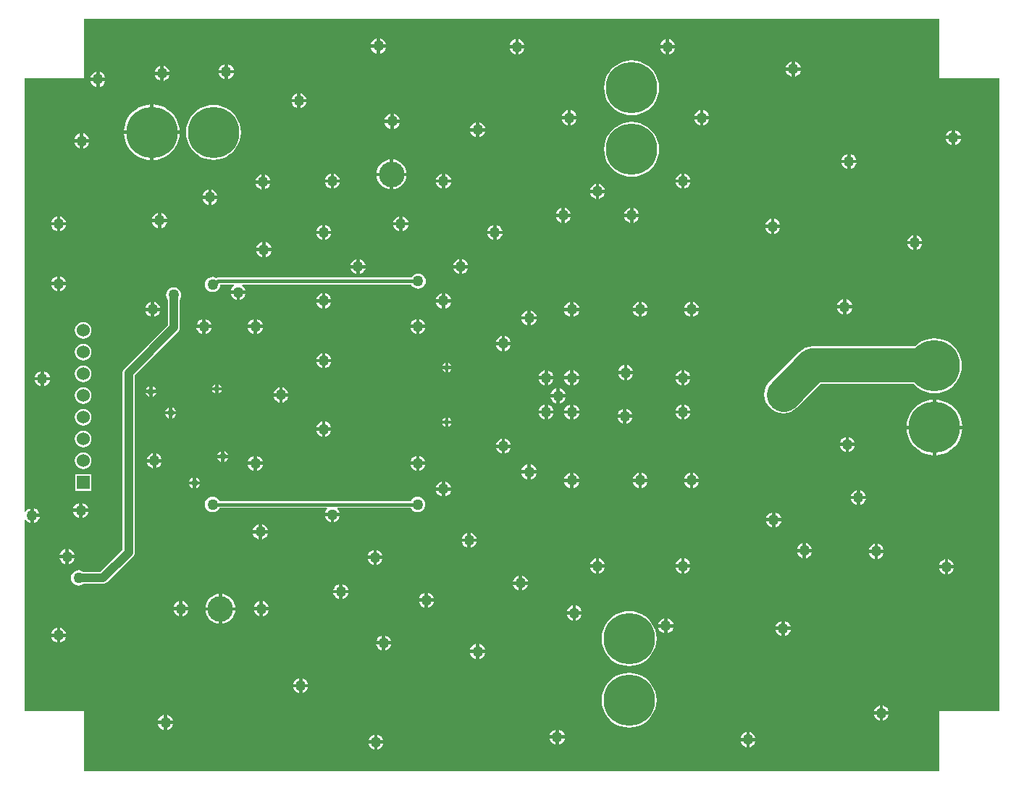
<source format=gbr>
%TF.GenerationSoftware,Altium Limited,Altium Designer,19.1.8 (144)*%
G04 Layer_Physical_Order=2*
G04 Layer_Color=16711680*
%FSLAX26Y26*%
%MOIN*%
%TF.FileFunction,Copper,L2,Bot,Signal*%
%TF.Part,Single*%
G01*
G75*
%TA.AperFunction,Conductor*%
%ADD18C,0.015748*%
%ADD19C,0.039370*%
%ADD25C,0.157480*%
%TA.AperFunction,ComponentPad*%
%ADD26C,0.236220*%
%ADD27C,0.060000*%
%ADD28R,0.060000X0.060000*%
%TA.AperFunction,ViaPad*%
%ADD29C,0.118110*%
%ADD30C,0.023622*%
%ADD31C,0.050000*%
%ADD32C,0.031496*%
G36*
X4251968Y3228347D02*
X4527559D01*
Y314961D01*
X4251968D01*
Y39370D01*
X314961D01*
Y314961D01*
X39370D01*
Y1197363D01*
X43875Y1198750D01*
X44370Y1198703D01*
X49841Y1191573D01*
X57152Y1185963D01*
X65666Y1182436D01*
X66929Y1182270D01*
Y1216535D01*
Y1250801D01*
X65666Y1250634D01*
X57152Y1247108D01*
X49841Y1241498D01*
X44370Y1234368D01*
X43875Y1234321D01*
X39370Y1235708D01*
Y3228347D01*
X314961D01*
Y3503937D01*
X4251968D01*
Y3228347D01*
D02*
G37*
%LPC*%
G36*
X1677165Y3412218D02*
Y3385827D01*
X1703557D01*
X1703390Y3387090D01*
X1699864Y3395604D01*
X1694254Y3402915D01*
X1686942Y3408525D01*
X1678428Y3412052D01*
X1677165Y3412218D01*
D02*
G37*
G36*
X1661417D02*
X1660155Y3412052D01*
X1651640Y3408525D01*
X1644329Y3402915D01*
X1638719Y3395604D01*
X1635192Y3387090D01*
X1635026Y3385827D01*
X1661417D01*
Y3412218D01*
D02*
G37*
G36*
X3007874Y3408281D02*
Y3381890D01*
X3034265D01*
X3034099Y3383153D01*
X3030572Y3391667D01*
X3024962Y3398978D01*
X3017651Y3404588D01*
X3009137Y3408115D01*
X3007874Y3408281D01*
D02*
G37*
G36*
X2992126D02*
X2990863Y3408115D01*
X2982349Y3404588D01*
X2975038Y3398978D01*
X2969428Y3391667D01*
X2965901Y3383153D01*
X2965735Y3381890D01*
X2992126D01*
Y3408281D01*
D02*
G37*
G36*
X2314961D02*
Y3381890D01*
X2341352D01*
X2341186Y3383153D01*
X2337659Y3391667D01*
X2332049Y3398978D01*
X2324738Y3404588D01*
X2316223Y3408115D01*
X2314961Y3408281D01*
D02*
G37*
G36*
X2299213D02*
X2297950Y3408115D01*
X2289436Y3404588D01*
X2282124Y3398978D01*
X2276514Y3391667D01*
X2272988Y3383153D01*
X2272821Y3381890D01*
X2299213D01*
Y3408281D01*
D02*
G37*
G36*
X1703557Y3370079D02*
X1677165D01*
Y3343687D01*
X1678428Y3343854D01*
X1686942Y3347380D01*
X1694254Y3352990D01*
X1699864Y3360302D01*
X1703390Y3368816D01*
X1703557Y3370079D01*
D02*
G37*
G36*
X1661417D02*
X1635026D01*
X1635192Y3368816D01*
X1638719Y3360302D01*
X1644329Y3352990D01*
X1651640Y3347380D01*
X1660155Y3343854D01*
X1661417Y3343687D01*
Y3370079D01*
D02*
G37*
G36*
X3034265Y3366142D02*
X3007874D01*
Y3339750D01*
X3009137Y3339917D01*
X3017651Y3343443D01*
X3024962Y3349053D01*
X3030572Y3356365D01*
X3034099Y3364879D01*
X3034265Y3366142D01*
D02*
G37*
G36*
X2992126D02*
X2965735D01*
X2965901Y3364879D01*
X2969428Y3356365D01*
X2975038Y3349053D01*
X2982349Y3343443D01*
X2990863Y3339917D01*
X2992126Y3339750D01*
Y3366142D01*
D02*
G37*
G36*
X2341352D02*
X2314961D01*
Y3339750D01*
X2316223Y3339917D01*
X2324738Y3343443D01*
X2332049Y3349053D01*
X2337659Y3356365D01*
X2341186Y3364879D01*
X2341352Y3366142D01*
D02*
G37*
G36*
X2299213D02*
X2272821D01*
X2272988Y3364879D01*
X2276514Y3356365D01*
X2282124Y3349053D01*
X2289436Y3343443D01*
X2297950Y3339917D01*
X2299213Y3339750D01*
Y3366142D01*
D02*
G37*
G36*
X3586614Y3305919D02*
Y3279528D01*
X3613006D01*
X3612839Y3280790D01*
X3609313Y3289305D01*
X3603702Y3296616D01*
X3596391Y3302226D01*
X3587877Y3305753D01*
X3586614Y3305919D01*
D02*
G37*
G36*
X3570866D02*
X3569603Y3305753D01*
X3561089Y3302226D01*
X3553778Y3296616D01*
X3548168Y3289305D01*
X3544641Y3280790D01*
X3544475Y3279528D01*
X3570866D01*
Y3305919D01*
D02*
G37*
G36*
X976378Y3294108D02*
Y3267716D01*
X1002769D01*
X1002603Y3268979D01*
X999076Y3277494D01*
X993466Y3284805D01*
X986155Y3290415D01*
X977641Y3293942D01*
X976378Y3294108D01*
D02*
G37*
G36*
X960630D02*
X959367Y3293942D01*
X950853Y3290415D01*
X943542Y3284805D01*
X937932Y3277494D01*
X934405Y3268979D01*
X934239Y3267716D01*
X960630D01*
Y3294108D01*
D02*
G37*
G36*
X681102Y3286234D02*
Y3259843D01*
X707494D01*
X707327Y3261105D01*
X703801Y3269619D01*
X698191Y3276931D01*
X690879Y3282541D01*
X682365Y3286068D01*
X681102Y3286234D01*
D02*
G37*
G36*
X665354D02*
X664091Y3286068D01*
X655577Y3282541D01*
X648266Y3276931D01*
X642656Y3269619D01*
X639129Y3261105D01*
X638963Y3259843D01*
X665354D01*
Y3286234D01*
D02*
G37*
G36*
X3613006Y3263780D02*
X3586614D01*
Y3237388D01*
X3587877Y3237554D01*
X3596391Y3241081D01*
X3603702Y3246691D01*
X3609313Y3254003D01*
X3612839Y3262517D01*
X3613006Y3263780D01*
D02*
G37*
G36*
X3570866D02*
X3544475D01*
X3544641Y3262517D01*
X3548168Y3254003D01*
X3553778Y3246691D01*
X3561089Y3241081D01*
X3569603Y3237554D01*
X3570866Y3237388D01*
Y3263780D01*
D02*
G37*
G36*
X385827Y3258675D02*
Y3232283D01*
X412218D01*
X412052Y3233546D01*
X408525Y3242060D01*
X402915Y3249372D01*
X395604Y3254982D01*
X387090Y3258508D01*
X385827Y3258675D01*
D02*
G37*
G36*
X370079D02*
X368816Y3258508D01*
X360302Y3254982D01*
X352990Y3249372D01*
X347380Y3242060D01*
X343854Y3233546D01*
X343687Y3232283D01*
X370079D01*
Y3258675D01*
D02*
G37*
G36*
X1002769Y3251968D02*
X976378D01*
Y3225577D01*
X977641Y3225743D01*
X986155Y3229270D01*
X993466Y3234880D01*
X999076Y3242191D01*
X1002603Y3250706D01*
X1002769Y3251968D01*
D02*
G37*
G36*
X960630D02*
X934239D01*
X934405Y3250706D01*
X937932Y3242191D01*
X943542Y3234880D01*
X950853Y3229270D01*
X959367Y3225743D01*
X960630Y3225577D01*
Y3251968D01*
D02*
G37*
G36*
X707494Y3244095D02*
X681102D01*
Y3217703D01*
X682365Y3217869D01*
X690879Y3221396D01*
X698191Y3227006D01*
X703801Y3234318D01*
X707327Y3242832D01*
X707494Y3244095D01*
D02*
G37*
G36*
X665354D02*
X638963D01*
X639129Y3242832D01*
X642656Y3234318D01*
X648266Y3227006D01*
X655577Y3221396D01*
X664091Y3217869D01*
X665354Y3217703D01*
Y3244095D01*
D02*
G37*
G36*
X412218Y3216535D02*
X385827D01*
Y3190144D01*
X387090Y3190310D01*
X395604Y3193837D01*
X402915Y3199447D01*
X408525Y3206758D01*
X412052Y3215273D01*
X412218Y3216535D01*
D02*
G37*
G36*
X370079D02*
X343687D01*
X343854Y3215273D01*
X347380Y3206758D01*
X352990Y3199447D01*
X360302Y3193837D01*
X368816Y3190310D01*
X370079Y3190144D01*
Y3216535D01*
D02*
G37*
G36*
X1311024Y3160250D02*
Y3133858D01*
X1337415D01*
X1337249Y3135121D01*
X1333722Y3143635D01*
X1328112Y3150947D01*
X1320801Y3156557D01*
X1312286Y3160083D01*
X1311024Y3160250D01*
D02*
G37*
G36*
X1295276D02*
X1294013Y3160083D01*
X1285499Y3156557D01*
X1278187Y3150947D01*
X1272577Y3143635D01*
X1269051Y3135121D01*
X1268884Y3133858D01*
X1295276D01*
Y3160250D01*
D02*
G37*
G36*
X1337415Y3118110D02*
X1311024D01*
Y3091719D01*
X1312286Y3091885D01*
X1320801Y3095412D01*
X1328112Y3101022D01*
X1333722Y3108333D01*
X1337249Y3116847D01*
X1337415Y3118110D01*
D02*
G37*
G36*
X1295276D02*
X1268884D01*
X1269051Y3116847D01*
X1272577Y3108333D01*
X1278187Y3101022D01*
X1285499Y3095412D01*
X1294013Y3091885D01*
X1295276Y3091719D01*
Y3118110D01*
D02*
G37*
G36*
X2834646Y3311413D02*
X2814876Y3309857D01*
X2795594Y3305228D01*
X2777273Y3297639D01*
X2760365Y3287278D01*
X2745286Y3274399D01*
X2732407Y3259320D01*
X2722046Y3242412D01*
X2714457Y3224091D01*
X2709828Y3204809D01*
X2708272Y3185039D01*
X2709828Y3165270D01*
X2714457Y3145988D01*
X2722046Y3127667D01*
X2732407Y3110759D01*
X2745286Y3095680D01*
X2760365Y3082801D01*
X2777273Y3072439D01*
X2795594Y3064851D01*
X2814876Y3060222D01*
X2834646Y3058666D01*
X2854415Y3060222D01*
X2873697Y3064851D01*
X2892018Y3072439D01*
X2908926Y3082801D01*
X2924006Y3095680D01*
X2936884Y3110759D01*
X2947246Y3127667D01*
X2954834Y3145988D01*
X2959464Y3165270D01*
X2961019Y3185039D01*
X2959464Y3204809D01*
X2954834Y3224091D01*
X2947246Y3242412D01*
X2936884Y3259320D01*
X2924006Y3274399D01*
X2908926Y3287278D01*
X2892018Y3297639D01*
X2873697Y3305228D01*
X2854415Y3309857D01*
X2834646Y3311413D01*
D02*
G37*
G36*
X3165354Y3081510D02*
Y3055118D01*
X3191746D01*
X3191579Y3056381D01*
X3188053Y3064895D01*
X3182443Y3072206D01*
X3175131Y3077816D01*
X3166617Y3081343D01*
X3165354Y3081510D01*
D02*
G37*
G36*
X3149606D02*
X3148343Y3081343D01*
X3139829Y3077816D01*
X3132518Y3072206D01*
X3126908Y3064895D01*
X3123381Y3056381D01*
X3123215Y3055118D01*
X3149606D01*
Y3081510D01*
D02*
G37*
G36*
X2555118D02*
Y3055118D01*
X2581510D01*
X2581343Y3056381D01*
X2577816Y3064895D01*
X2572206Y3072206D01*
X2564895Y3077816D01*
X2556381Y3081343D01*
X2555118Y3081510D01*
D02*
G37*
G36*
X2539370D02*
X2538107Y3081343D01*
X2529593Y3077816D01*
X2522282Y3072206D01*
X2516672Y3064895D01*
X2513145Y3056381D01*
X2512979Y3055118D01*
X2539370D01*
Y3081510D01*
D02*
G37*
G36*
X1740158Y3065762D02*
Y3039370D01*
X1766549D01*
X1766383Y3040633D01*
X1762856Y3049147D01*
X1757246Y3056458D01*
X1749935Y3062068D01*
X1741420Y3065595D01*
X1740158Y3065762D01*
D02*
G37*
G36*
X1724409D02*
X1723147Y3065595D01*
X1714632Y3062068D01*
X1707321Y3056458D01*
X1701711Y3049147D01*
X1698184Y3040633D01*
X1698018Y3039370D01*
X1724409D01*
Y3065762D01*
D02*
G37*
G36*
X3191746Y3039370D02*
X3165354D01*
Y3012979D01*
X3166617Y3013145D01*
X3175131Y3016672D01*
X3182443Y3022282D01*
X3188053Y3029593D01*
X3191579Y3038107D01*
X3191746Y3039370D01*
D02*
G37*
G36*
X3149606D02*
X3123215D01*
X3123381Y3038107D01*
X3126908Y3029593D01*
X3132518Y3022282D01*
X3139829Y3016672D01*
X3148343Y3013145D01*
X3149606Y3012979D01*
Y3039370D01*
D02*
G37*
G36*
X2581510D02*
X2555118D01*
Y3012979D01*
X2556381Y3013145D01*
X2564895Y3016672D01*
X2572206Y3022282D01*
X2577816Y3029593D01*
X2581343Y3038107D01*
X2581510Y3039370D01*
D02*
G37*
G36*
X2539370D02*
X2512979D01*
X2513145Y3038107D01*
X2516672Y3029593D01*
X2522282Y3022282D01*
X2529593Y3016672D01*
X2538107Y3013145D01*
X2539370Y3012979D01*
Y3039370D01*
D02*
G37*
G36*
X2133858Y3026391D02*
Y3000000D01*
X2160250D01*
X2160083Y3001263D01*
X2156557Y3009777D01*
X2150947Y3017088D01*
X2143635Y3022698D01*
X2135121Y3026225D01*
X2133858Y3026391D01*
D02*
G37*
G36*
X2118110D02*
X2116847Y3026225D01*
X2108333Y3022698D01*
X2101022Y3017088D01*
X2095412Y3009777D01*
X2091885Y3001263D01*
X2091719Y3000000D01*
X2118110D01*
Y3026391D01*
D02*
G37*
G36*
X1766549Y3023622D02*
X1740158D01*
Y2997231D01*
X1741420Y2997397D01*
X1749935Y3000924D01*
X1757246Y3006534D01*
X1762856Y3013845D01*
X1766383Y3022359D01*
X1766549Y3023622D01*
D02*
G37*
G36*
X1724409D02*
X1698018D01*
X1698184Y3022359D01*
X1701711Y3013845D01*
X1707321Y3006534D01*
X1714632Y3000924D01*
X1723147Y2997397D01*
X1724409Y2997231D01*
Y3023622D01*
D02*
G37*
G36*
X633858Y3108202D02*
Y2988189D01*
X753871D01*
X752908Y3000418D01*
X748201Y3020026D01*
X740484Y3038656D01*
X729948Y3055849D01*
X716852Y3071183D01*
X701518Y3084279D01*
X684325Y3094815D01*
X665695Y3102532D01*
X646087Y3107239D01*
X633858Y3108202D01*
D02*
G37*
G36*
X618110D02*
X605881Y3107239D01*
X586274Y3102532D01*
X567644Y3094815D01*
X550450Y3084279D01*
X535116Y3071183D01*
X522020Y3055849D01*
X511484Y3038656D01*
X503767Y3020026D01*
X499060Y3000418D01*
X498098Y2988189D01*
X618110D01*
Y3108202D01*
D02*
G37*
G36*
X4322835Y2990958D02*
Y2964567D01*
X4349226D01*
X4349060Y2965830D01*
X4345533Y2974344D01*
X4339923Y2981655D01*
X4332612Y2987265D01*
X4324097Y2990792D01*
X4322835Y2990958D01*
D02*
G37*
G36*
X4307087D02*
X4305824Y2990792D01*
X4297310Y2987265D01*
X4289998Y2981655D01*
X4284388Y2974344D01*
X4280861Y2965830D01*
X4280695Y2964567D01*
X4307087D01*
Y2990958D01*
D02*
G37*
G36*
X2160250Y2984252D02*
X2133858D01*
Y2957861D01*
X2135121Y2958027D01*
X2143635Y2961554D01*
X2150947Y2967164D01*
X2156557Y2974475D01*
X2160083Y2982989D01*
X2160250Y2984252D01*
D02*
G37*
G36*
X2118110D02*
X2091719D01*
X2091885Y2982989D01*
X2095412Y2974475D01*
X2101022Y2967164D01*
X2108333Y2961554D01*
X2116847Y2958027D01*
X2118110Y2957861D01*
Y2984252D01*
D02*
G37*
G36*
X311024Y2975210D02*
Y2948819D01*
X337415D01*
X337249Y2950082D01*
X333722Y2958596D01*
X328112Y2965907D01*
X320801Y2971517D01*
X312286Y2975044D01*
X311024Y2975210D01*
D02*
G37*
G36*
X295276D02*
X294013Y2975044D01*
X285499Y2971517D01*
X278187Y2965907D01*
X272577Y2958596D01*
X269050Y2950082D01*
X268884Y2948819D01*
X295276D01*
Y2975210D01*
D02*
G37*
G36*
X4349226Y2948819D02*
X4322835D01*
Y2922427D01*
X4324097Y2922594D01*
X4332612Y2926120D01*
X4339923Y2931731D01*
X4345533Y2939042D01*
X4349060Y2947556D01*
X4349226Y2948819D01*
D02*
G37*
G36*
X4307087D02*
X4280695D01*
X4280861Y2947556D01*
X4284388Y2939042D01*
X4289998Y2931731D01*
X4297310Y2926120D01*
X4305824Y2922594D01*
X4307087Y2922427D01*
Y2948819D01*
D02*
G37*
G36*
X337415Y2933071D02*
X311024D01*
Y2906680D01*
X312286Y2906846D01*
X320801Y2910372D01*
X328112Y2915983D01*
X333722Y2923294D01*
X337249Y2931808D01*
X337415Y2933071D01*
D02*
G37*
G36*
X295276D02*
X268884D01*
X269050Y2931808D01*
X272577Y2923294D01*
X278187Y2915983D01*
X285499Y2910372D01*
X294013Y2906846D01*
X295276Y2906680D01*
Y2933071D01*
D02*
G37*
G36*
X3842520Y2880722D02*
Y2854331D01*
X3868911D01*
X3868745Y2855593D01*
X3865218Y2864108D01*
X3859608Y2871419D01*
X3852297Y2877029D01*
X3843782Y2880556D01*
X3842520Y2880722D01*
D02*
G37*
G36*
X3826772D02*
X3825509Y2880556D01*
X3816995Y2877029D01*
X3809683Y2871419D01*
X3804073Y2864108D01*
X3800547Y2855593D01*
X3800380Y2854331D01*
X3826772D01*
Y2880722D01*
D02*
G37*
G36*
X909449Y3106689D02*
X889680Y3105133D01*
X870397Y3100504D01*
X852076Y3092915D01*
X835168Y3082554D01*
X820089Y3069675D01*
X807210Y3054596D01*
X796849Y3037688D01*
X789260Y3019367D01*
X784631Y3000084D01*
X783075Y2980315D01*
X784631Y2960546D01*
X789260Y2941263D01*
X796849Y2922943D01*
X807210Y2906034D01*
X820089Y2890955D01*
X835168Y2878076D01*
X852076Y2867715D01*
X870397Y2860126D01*
X889680Y2855497D01*
X909449Y2853941D01*
X929218Y2855497D01*
X948500Y2860126D01*
X966821Y2867715D01*
X983730Y2878076D01*
X998809Y2890955D01*
X1011687Y2906034D01*
X1022049Y2922943D01*
X1029637Y2941263D01*
X1034267Y2960546D01*
X1035823Y2980315D01*
X1034267Y3000084D01*
X1029637Y3019367D01*
X1022049Y3037688D01*
X1011687Y3054596D01*
X998809Y3069675D01*
X983730Y3082554D01*
X966821Y3092915D01*
X948500Y3100504D01*
X929218Y3105133D01*
X909449Y3106689D01*
D02*
G37*
G36*
X618110Y2972441D02*
X498098D01*
X499060Y2960212D01*
X503767Y2940604D01*
X511484Y2921974D01*
X522020Y2904781D01*
X535116Y2889447D01*
X550450Y2876351D01*
X567644Y2865815D01*
X586274Y2858098D01*
X605881Y2853391D01*
X618110Y2852428D01*
Y2972441D01*
D02*
G37*
G36*
X753871D02*
X633858D01*
Y2852428D01*
X646087Y2853391D01*
X665695Y2858098D01*
X684325Y2865815D01*
X701518Y2876351D01*
X716852Y2889447D01*
X729948Y2904781D01*
X740484Y2921974D01*
X748201Y2940604D01*
X752908Y2960212D01*
X753871Y2972441D01*
D02*
G37*
G36*
X3868911Y2838583D02*
X3842520D01*
Y2812191D01*
X3843782Y2812358D01*
X3852297Y2815884D01*
X3859608Y2821494D01*
X3865218Y2828806D01*
X3868745Y2837320D01*
X3868911Y2838583D01*
D02*
G37*
G36*
X3826772D02*
X3800380D01*
X3800547Y2837320D01*
X3804073Y2828806D01*
X3809683Y2821494D01*
X3816995Y2815884D01*
X3825509Y2812358D01*
X3826772Y2812191D01*
Y2838583D01*
D02*
G37*
G36*
X1737205Y2855031D02*
Y2794291D01*
X1797944D01*
X1797387Y2799954D01*
X1793438Y2812971D01*
X1787026Y2824968D01*
X1778396Y2835483D01*
X1767881Y2844112D01*
X1755885Y2850525D01*
X1742868Y2854473D01*
X1737205Y2855031D01*
D02*
G37*
G36*
X1721457D02*
X1715793Y2854473D01*
X1702777Y2850525D01*
X1690780Y2844112D01*
X1680265Y2835483D01*
X1671636Y2824968D01*
X1665223Y2812971D01*
X1661275Y2799954D01*
X1660717Y2794291D01*
X1721457D01*
Y2855031D01*
D02*
G37*
G36*
X2834646Y3027949D02*
X2814876Y3026393D01*
X2795594Y3021763D01*
X2777273Y3014175D01*
X2760365Y3003813D01*
X2745286Y2990935D01*
X2732407Y2975856D01*
X2722046Y2958947D01*
X2714457Y2940626D01*
X2709828Y2921344D01*
X2708272Y2901575D01*
X2709828Y2881806D01*
X2714457Y2862523D01*
X2722046Y2844202D01*
X2732407Y2827294D01*
X2745286Y2812215D01*
X2760365Y2799336D01*
X2777273Y2788975D01*
X2795594Y2781386D01*
X2814876Y2776757D01*
X2834646Y2775201D01*
X2854415Y2776757D01*
X2873697Y2781386D01*
X2892018Y2788975D01*
X2908926Y2799336D01*
X2924006Y2812215D01*
X2936884Y2827294D01*
X2947246Y2844202D01*
X2954834Y2862523D01*
X2959464Y2881806D01*
X2961019Y2901575D01*
X2959464Y2921344D01*
X2954834Y2940626D01*
X2947246Y2958947D01*
X2936884Y2975856D01*
X2924006Y2990935D01*
X2908926Y3003813D01*
X2892018Y3014175D01*
X2873697Y3021763D01*
X2854415Y3026393D01*
X2834646Y3027949D01*
D02*
G37*
G36*
X3078740Y2790171D02*
Y2763780D01*
X3105131D01*
X3104965Y2765042D01*
X3101439Y2773557D01*
X3095828Y2780868D01*
X3088517Y2786478D01*
X3080003Y2790005D01*
X3078740Y2790171D01*
D02*
G37*
G36*
X3062992D02*
X3061729Y2790005D01*
X3053215Y2786478D01*
X3045904Y2780868D01*
X3040294Y2773557D01*
X3036767Y2765042D01*
X3036601Y2763780D01*
X3062992D01*
Y2790171D01*
D02*
G37*
G36*
X1976378D02*
Y2763780D01*
X2002769D01*
X2002603Y2765042D01*
X1999076Y2773557D01*
X1993466Y2780868D01*
X1986155Y2786478D01*
X1977641Y2790005D01*
X1976378Y2790171D01*
D02*
G37*
G36*
X1960630D02*
X1959367Y2790005D01*
X1950853Y2786478D01*
X1943542Y2780868D01*
X1937931Y2773557D01*
X1934405Y2765042D01*
X1934238Y2763780D01*
X1960630D01*
Y2790171D01*
D02*
G37*
G36*
X1464567D02*
Y2763780D01*
X1490958D01*
X1490792Y2765042D01*
X1487265Y2773557D01*
X1481655Y2780868D01*
X1474344Y2786478D01*
X1465830Y2790005D01*
X1464567Y2790171D01*
D02*
G37*
G36*
X1448819D02*
X1447556Y2790005D01*
X1439042Y2786478D01*
X1431731Y2780868D01*
X1426120Y2773557D01*
X1422594Y2765042D01*
X1422428Y2763780D01*
X1448819D01*
Y2790171D01*
D02*
G37*
G36*
X1145669Y2786234D02*
Y2759843D01*
X1172061D01*
X1171894Y2761105D01*
X1168368Y2769619D01*
X1162758Y2776931D01*
X1155446Y2782541D01*
X1146932Y2786068D01*
X1145669Y2786234D01*
D02*
G37*
G36*
X1129921D02*
X1128659Y2786068D01*
X1120144Y2782541D01*
X1112833Y2776931D01*
X1107223Y2769619D01*
X1103696Y2761105D01*
X1103530Y2759843D01*
X1129921D01*
Y2786234D01*
D02*
G37*
G36*
X3105131Y2748032D02*
X3078740D01*
Y2721640D01*
X3080003Y2721806D01*
X3088517Y2725333D01*
X3095828Y2730943D01*
X3101439Y2738255D01*
X3104965Y2746769D01*
X3105131Y2748032D01*
D02*
G37*
G36*
X3062992D02*
X3036601D01*
X3036767Y2746769D01*
X3040294Y2738255D01*
X3045904Y2730943D01*
X3053215Y2725333D01*
X3061729Y2721806D01*
X3062992Y2721640D01*
Y2748032D01*
D02*
G37*
G36*
X2002769D02*
X1976378D01*
Y2721640D01*
X1977641Y2721806D01*
X1986155Y2725333D01*
X1993466Y2730943D01*
X1999076Y2738255D01*
X2002603Y2746769D01*
X2002769Y2748032D01*
D02*
G37*
G36*
X1960630D02*
X1934238D01*
X1934405Y2746769D01*
X1937931Y2738255D01*
X1943542Y2730943D01*
X1950853Y2725333D01*
X1959367Y2721806D01*
X1960630Y2721640D01*
Y2748032D01*
D02*
G37*
G36*
X1490958D02*
X1464567D01*
Y2721640D01*
X1465830Y2721806D01*
X1474344Y2725333D01*
X1481655Y2730943D01*
X1487265Y2738255D01*
X1490792Y2746769D01*
X1490958Y2748032D01*
D02*
G37*
G36*
X1448819D02*
X1422428D01*
X1422594Y2746769D01*
X1426120Y2738255D01*
X1431731Y2730943D01*
X1439042Y2725333D01*
X1447556Y2721806D01*
X1448819Y2721640D01*
Y2748032D01*
D02*
G37*
G36*
X1797944Y2778543D02*
X1737205D01*
Y2717804D01*
X1742868Y2718361D01*
X1755885Y2722310D01*
X1767881Y2728722D01*
X1778396Y2737352D01*
X1787026Y2747867D01*
X1793438Y2759863D01*
X1797387Y2772880D01*
X1797944Y2778543D01*
D02*
G37*
G36*
X1721457D02*
X1660717D01*
X1661275Y2772880D01*
X1665223Y2759863D01*
X1671636Y2747867D01*
X1680265Y2737352D01*
X1690780Y2728722D01*
X1702777Y2722310D01*
X1715793Y2718361D01*
X1721457Y2717804D01*
Y2778543D01*
D02*
G37*
G36*
X1172061Y2744095D02*
X1145669D01*
Y2717703D01*
X1146932Y2717869D01*
X1155446Y2721396D01*
X1162758Y2727006D01*
X1168368Y2734318D01*
X1171894Y2742832D01*
X1172061Y2744095D01*
D02*
G37*
G36*
X1129921D02*
X1103530D01*
X1103696Y2742832D01*
X1107223Y2734318D01*
X1112833Y2727006D01*
X1120144Y2721396D01*
X1128659Y2717869D01*
X1129921Y2717703D01*
Y2744095D01*
D02*
G37*
G36*
X2685039Y2742927D02*
Y2716535D01*
X2711431D01*
X2711265Y2717798D01*
X2707738Y2726312D01*
X2702128Y2733624D01*
X2694816Y2739234D01*
X2686302Y2742760D01*
X2685039Y2742927D01*
D02*
G37*
G36*
X2669291D02*
X2668029Y2742760D01*
X2659514Y2739234D01*
X2652203Y2733624D01*
X2646593Y2726312D01*
X2643066Y2717798D01*
X2642900Y2716535D01*
X2669291D01*
Y2742927D01*
D02*
G37*
G36*
X901575Y2715368D02*
Y2688976D01*
X927966D01*
X927800Y2690239D01*
X924273Y2698753D01*
X918663Y2706065D01*
X911352Y2711675D01*
X902838Y2715202D01*
X901575Y2715368D01*
D02*
G37*
G36*
X885827D02*
X884564Y2715202D01*
X876050Y2711675D01*
X868739Y2706065D01*
X863128Y2698753D01*
X859602Y2690239D01*
X859435Y2688976D01*
X885827D01*
Y2715368D01*
D02*
G37*
G36*
X2711431Y2700787D02*
X2685039D01*
Y2674396D01*
X2686302Y2674562D01*
X2694816Y2678089D01*
X2702128Y2683699D01*
X2707738Y2691010D01*
X2711265Y2699525D01*
X2711431Y2700787D01*
D02*
G37*
G36*
X2669291D02*
X2642900D01*
X2643066Y2699525D01*
X2646593Y2691010D01*
X2652203Y2683699D01*
X2659514Y2678089D01*
X2668029Y2674562D01*
X2669291Y2674396D01*
Y2700787D01*
D02*
G37*
G36*
X927966Y2673228D02*
X901575D01*
Y2646837D01*
X902838Y2647003D01*
X911352Y2650530D01*
X918663Y2656140D01*
X924273Y2663451D01*
X927800Y2671966D01*
X927966Y2673228D01*
D02*
G37*
G36*
X885827D02*
X859435D01*
X859602Y2671966D01*
X863128Y2663451D01*
X868739Y2656140D01*
X876050Y2650530D01*
X884564Y2647003D01*
X885827Y2646837D01*
Y2673228D01*
D02*
G37*
G36*
X2842520Y2632691D02*
Y2606299D01*
X2868911D01*
X2868745Y2607562D01*
X2865218Y2616076D01*
X2859608Y2623387D01*
X2852297Y2628998D01*
X2843782Y2632524D01*
X2842520Y2632691D01*
D02*
G37*
G36*
X2826772D02*
X2825509Y2632524D01*
X2816995Y2628998D01*
X2809683Y2623387D01*
X2804073Y2616076D01*
X2800547Y2607562D01*
X2800380Y2606299D01*
X2826772D01*
Y2632691D01*
D02*
G37*
G36*
X2527559D02*
Y2606299D01*
X2553950D01*
X2553784Y2607562D01*
X2550257Y2616076D01*
X2544647Y2623387D01*
X2537336Y2628998D01*
X2528822Y2632524D01*
X2527559Y2632691D01*
D02*
G37*
G36*
X2511811D02*
X2510548Y2632524D01*
X2502034Y2628998D01*
X2494723Y2623387D01*
X2489113Y2616076D01*
X2485586Y2607562D01*
X2485420Y2606299D01*
X2511811D01*
Y2632691D01*
D02*
G37*
G36*
X669291Y2609068D02*
Y2582677D01*
X695683D01*
X695516Y2583940D01*
X691990Y2592454D01*
X686380Y2599765D01*
X679068Y2605376D01*
X670554Y2608902D01*
X669291Y2609068D01*
D02*
G37*
G36*
X653543D02*
X652280Y2608902D01*
X643766Y2605376D01*
X636455Y2599765D01*
X630845Y2592454D01*
X627318Y2583940D01*
X627152Y2582677D01*
X653543D01*
Y2609068D01*
D02*
G37*
G36*
X1779527Y2593320D02*
Y2566929D01*
X1805919D01*
X1805753Y2568192D01*
X1802226Y2576706D01*
X1796616Y2584017D01*
X1789304Y2589628D01*
X1780790Y2593154D01*
X1779527Y2593320D01*
D02*
G37*
G36*
X1763780D02*
X1762517Y2593154D01*
X1754003Y2589628D01*
X1746691Y2584017D01*
X1741081Y2576706D01*
X1737554Y2568192D01*
X1737388Y2566929D01*
X1763780D01*
Y2593320D01*
D02*
G37*
G36*
X204724D02*
Y2566929D01*
X231116D01*
X230950Y2568192D01*
X227423Y2576706D01*
X221813Y2584017D01*
X214501Y2589628D01*
X205987Y2593154D01*
X204724Y2593320D01*
D02*
G37*
G36*
X188976D02*
X187714Y2593154D01*
X179199Y2589628D01*
X171888Y2584017D01*
X166278Y2576706D01*
X162751Y2568192D01*
X162585Y2566929D01*
X188976D01*
Y2593320D01*
D02*
G37*
G36*
X2868911Y2590551D02*
X2842520D01*
Y2564160D01*
X2843782Y2564326D01*
X2852297Y2567853D01*
X2859608Y2573463D01*
X2865218Y2580774D01*
X2868745Y2589288D01*
X2868911Y2590551D01*
D02*
G37*
G36*
X2826772D02*
X2800380D01*
X2800547Y2589288D01*
X2804073Y2580774D01*
X2809683Y2573463D01*
X2816995Y2567853D01*
X2825509Y2564326D01*
X2826772Y2564160D01*
Y2590551D01*
D02*
G37*
G36*
X2553950D02*
X2527559D01*
Y2564160D01*
X2528822Y2564326D01*
X2537336Y2567853D01*
X2544647Y2573463D01*
X2550257Y2580774D01*
X2553784Y2589288D01*
X2553950Y2590551D01*
D02*
G37*
G36*
X2511811D02*
X2485420D01*
X2485586Y2589288D01*
X2489113Y2580774D01*
X2494723Y2573463D01*
X2502034Y2567853D01*
X2510548Y2564326D01*
X2511811Y2564160D01*
Y2590551D01*
D02*
G37*
G36*
X3492126Y2581510D02*
Y2555118D01*
X3518517D01*
X3518351Y2556381D01*
X3514824Y2564895D01*
X3509214Y2572206D01*
X3501903Y2577816D01*
X3493389Y2581343D01*
X3492126Y2581510D01*
D02*
G37*
G36*
X3476378D02*
X3475115Y2581343D01*
X3466601Y2577816D01*
X3459290Y2572206D01*
X3453680Y2564895D01*
X3450153Y2556381D01*
X3449987Y2555118D01*
X3476378D01*
Y2581510D01*
D02*
G37*
G36*
X695683Y2566929D02*
X669291D01*
Y2540538D01*
X670554Y2540704D01*
X679068Y2544231D01*
X686380Y2549841D01*
X691990Y2557152D01*
X695516Y2565666D01*
X695683Y2566929D01*
D02*
G37*
G36*
X653543D02*
X627152D01*
X627318Y2565666D01*
X630845Y2557152D01*
X636455Y2549841D01*
X643766Y2544231D01*
X652280Y2540704D01*
X653543Y2540538D01*
Y2566929D01*
D02*
G37*
G36*
X2212598Y2553950D02*
Y2527559D01*
X2238990D01*
X2238823Y2528822D01*
X2235297Y2537336D01*
X2229687Y2544647D01*
X2222375Y2550257D01*
X2213861Y2553784D01*
X2212598Y2553950D01*
D02*
G37*
G36*
X2196850D02*
X2195588Y2553784D01*
X2187073Y2550257D01*
X2179762Y2544647D01*
X2174152Y2537336D01*
X2170625Y2528822D01*
X2170459Y2527559D01*
X2196850D01*
Y2553950D01*
D02*
G37*
G36*
X1425197D02*
Y2527559D01*
X1451588D01*
X1451422Y2528822D01*
X1447895Y2537336D01*
X1442285Y2544647D01*
X1434974Y2550257D01*
X1426460Y2553784D01*
X1425197Y2553950D01*
D02*
G37*
G36*
X1409449D02*
X1408186Y2553784D01*
X1399672Y2550257D01*
X1392361Y2544647D01*
X1386750Y2537336D01*
X1383224Y2528822D01*
X1383057Y2527559D01*
X1409449D01*
Y2553950D01*
D02*
G37*
G36*
X1805919Y2551181D02*
X1779527D01*
Y2524790D01*
X1780790Y2524956D01*
X1789304Y2528483D01*
X1796616Y2534093D01*
X1802226Y2541404D01*
X1805753Y2549918D01*
X1805919Y2551181D01*
D02*
G37*
G36*
X1763780D02*
X1737388D01*
X1737554Y2549918D01*
X1741081Y2541404D01*
X1746691Y2534093D01*
X1754003Y2528483D01*
X1762517Y2524956D01*
X1763780Y2524790D01*
Y2551181D01*
D02*
G37*
G36*
X231116D02*
X204724D01*
Y2524790D01*
X205987Y2524956D01*
X214501Y2528483D01*
X221813Y2534093D01*
X227423Y2541404D01*
X230950Y2549918D01*
X231116Y2551181D01*
D02*
G37*
G36*
X188976D02*
X162585D01*
X162751Y2549918D01*
X166278Y2541404D01*
X171888Y2534093D01*
X179199Y2528483D01*
X187714Y2524956D01*
X188976Y2524790D01*
Y2551181D01*
D02*
G37*
G36*
X3518517Y2539370D02*
X3492126D01*
Y2512979D01*
X3493389Y2513145D01*
X3501903Y2516672D01*
X3509214Y2522282D01*
X3514824Y2529593D01*
X3518351Y2538107D01*
X3518517Y2539370D01*
D02*
G37*
G36*
X3476378D02*
X3449987D01*
X3450153Y2538107D01*
X3453680Y2529593D01*
X3459290Y2522282D01*
X3466601Y2516672D01*
X3475115Y2513145D01*
X3476378Y2512979D01*
Y2539370D01*
D02*
G37*
G36*
X2238990Y2511811D02*
X2212598D01*
Y2485420D01*
X2213861Y2485586D01*
X2222375Y2489113D01*
X2229687Y2494723D01*
X2235297Y2502034D01*
X2238823Y2510548D01*
X2238990Y2511811D01*
D02*
G37*
G36*
X2196850D02*
X2170459D01*
X2170625Y2510548D01*
X2174152Y2502034D01*
X2179762Y2494723D01*
X2187073Y2489113D01*
X2195588Y2485586D01*
X2196850Y2485420D01*
Y2511811D01*
D02*
G37*
G36*
X1451588D02*
X1425197D01*
Y2485420D01*
X1426460Y2485586D01*
X1434974Y2489113D01*
X1442285Y2494723D01*
X1447895Y2502034D01*
X1451422Y2510548D01*
X1451588Y2511811D01*
D02*
G37*
G36*
X1409449D02*
X1383057D01*
X1383224Y2510548D01*
X1386750Y2502034D01*
X1392361Y2494723D01*
X1399672Y2489113D01*
X1408186Y2485586D01*
X1409449Y2485420D01*
Y2511811D01*
D02*
G37*
G36*
X4145669Y2506706D02*
Y2480315D01*
X4172061D01*
X4171894Y2481578D01*
X4168368Y2490092D01*
X4162758Y2497403D01*
X4155446Y2503013D01*
X4146932Y2506540D01*
X4145669Y2506706D01*
D02*
G37*
G36*
X4129921D02*
X4128658Y2506540D01*
X4120144Y2503013D01*
X4112833Y2497403D01*
X4107223Y2490092D01*
X4103696Y2481578D01*
X4103530Y2480315D01*
X4129921D01*
Y2506706D01*
D02*
G37*
G36*
X1149606Y2475210D02*
Y2448819D01*
X1175998D01*
X1175831Y2450082D01*
X1172305Y2458596D01*
X1166695Y2465907D01*
X1159383Y2471517D01*
X1150869Y2475044D01*
X1149606Y2475210D01*
D02*
G37*
G36*
X1133858D02*
X1132595Y2475044D01*
X1124081Y2471517D01*
X1116770Y2465907D01*
X1111160Y2458596D01*
X1107633Y2450082D01*
X1107467Y2448819D01*
X1133858D01*
Y2475210D01*
D02*
G37*
G36*
X4172061Y2464567D02*
X4145669D01*
Y2438175D01*
X4146932Y2438342D01*
X4155446Y2441869D01*
X4162758Y2447479D01*
X4168368Y2454790D01*
X4171894Y2463304D01*
X4172061Y2464567D01*
D02*
G37*
G36*
X4129921D02*
X4103530D01*
X4103696Y2463304D01*
X4107223Y2454790D01*
X4112833Y2447479D01*
X4120144Y2441869D01*
X4128658Y2438342D01*
X4129921Y2438175D01*
Y2464567D01*
D02*
G37*
G36*
X1175998Y2433071D02*
X1149606D01*
Y2406680D01*
X1150869Y2406846D01*
X1159383Y2410372D01*
X1166695Y2415983D01*
X1172305Y2423294D01*
X1175831Y2431808D01*
X1175998Y2433071D01*
D02*
G37*
G36*
X1133858D02*
X1107467D01*
X1107633Y2431808D01*
X1111160Y2423294D01*
X1116770Y2415983D01*
X1124081Y2410372D01*
X1132595Y2406846D01*
X1133858Y2406680D01*
Y2433071D01*
D02*
G37*
G36*
X2055118Y2396470D02*
Y2370079D01*
X2081510D01*
X2081343Y2371341D01*
X2077816Y2379856D01*
X2072206Y2387167D01*
X2064895Y2392777D01*
X2056381Y2396304D01*
X2055118Y2396470D01*
D02*
G37*
G36*
X2039370D02*
X2038107Y2396304D01*
X2029593Y2392777D01*
X2022282Y2387167D01*
X2016672Y2379856D01*
X2013145Y2371341D01*
X2012979Y2370079D01*
X2039370D01*
Y2396470D01*
D02*
G37*
G36*
X1582677D02*
Y2370079D01*
X1609069D01*
X1608902Y2371341D01*
X1605376Y2379856D01*
X1599765Y2387167D01*
X1592454Y2392777D01*
X1583940Y2396304D01*
X1582677Y2396470D01*
D02*
G37*
G36*
X1566929D02*
X1565666Y2396304D01*
X1557152Y2392777D01*
X1549841Y2387167D01*
X1544231Y2379856D01*
X1540704Y2371341D01*
X1540538Y2370079D01*
X1566929D01*
Y2396470D01*
D02*
G37*
G36*
X2081510Y2354331D02*
X2055118D01*
Y2327939D01*
X2056381Y2328106D01*
X2064895Y2331632D01*
X2072206Y2337242D01*
X2077816Y2344554D01*
X2081343Y2353068D01*
X2081510Y2354331D01*
D02*
G37*
G36*
X2039370D02*
X2012979D01*
X2013145Y2353068D01*
X2016672Y2344554D01*
X2022282Y2337242D01*
X2029593Y2331632D01*
X2038107Y2328106D01*
X2039370Y2327939D01*
Y2354331D01*
D02*
G37*
G36*
X1609069D02*
X1582677D01*
Y2327939D01*
X1583940Y2328106D01*
X1592454Y2331632D01*
X1599765Y2337242D01*
X1605376Y2344554D01*
X1608902Y2353068D01*
X1609069Y2354331D01*
D02*
G37*
G36*
X1566929D02*
X1540538D01*
X1540704Y2353068D01*
X1544231Y2344554D01*
X1549841Y2337242D01*
X1557152Y2331632D01*
X1565666Y2328106D01*
X1566929Y2327939D01*
Y2354331D01*
D02*
G37*
G36*
X1851378Y2330578D02*
X1842241Y2329375D01*
X1833727Y2325848D01*
X1826416Y2320238D01*
X1820806Y2312927D01*
X1820145Y2311332D01*
X930332D01*
X930331Y2311332D01*
X924187Y2310110D01*
X923770Y2309831D01*
X923163Y2310297D01*
X914649Y2313824D01*
X905512Y2315026D01*
X896375Y2313824D01*
X887861Y2310297D01*
X880549Y2304687D01*
X874939Y2297376D01*
X871413Y2288861D01*
X870210Y2279724D01*
X871413Y2270588D01*
X874939Y2262073D01*
X880549Y2254762D01*
X887861Y2249152D01*
X896375Y2245625D01*
X905512Y2244423D01*
X914649Y2245625D01*
X923163Y2249152D01*
X930474Y2254762D01*
X936084Y2262073D01*
X939611Y2270588D01*
X940747Y2279219D01*
X1003990D01*
X1005275Y2276267D01*
X1005387Y2274219D01*
X998660Y2269057D01*
X993050Y2261745D01*
X989523Y2253231D01*
X989357Y2251968D01*
X1057887D01*
X1057721Y2253231D01*
X1054194Y2261745D01*
X1048584Y2269057D01*
X1041857Y2274219D01*
X1041969Y2276267D01*
X1043254Y2279219D01*
X1820145D01*
X1820806Y2277625D01*
X1826416Y2270313D01*
X1833727Y2264703D01*
X1842241Y2261177D01*
X1851378Y2259974D01*
X1860515Y2261177D01*
X1869029Y2264703D01*
X1876340Y2270313D01*
X1881950Y2277625D01*
X1885477Y2286139D01*
X1886680Y2295276D01*
X1885477Y2304412D01*
X1881950Y2312927D01*
X1876340Y2320238D01*
X1869029Y2325848D01*
X1860515Y2329375D01*
X1851378Y2330578D01*
D02*
G37*
G36*
X204724Y2317730D02*
Y2291339D01*
X231116D01*
X230950Y2292601D01*
X227423Y2301116D01*
X221813Y2308427D01*
X214501Y2314037D01*
X205987Y2317564D01*
X204724Y2317730D01*
D02*
G37*
G36*
X188976D02*
X187714Y2317564D01*
X179199Y2314037D01*
X171888Y2308427D01*
X166278Y2301116D01*
X162751Y2292601D01*
X162585Y2291339D01*
X188976D01*
Y2317730D01*
D02*
G37*
G36*
X231116Y2275591D02*
X204724D01*
Y2249199D01*
X205987Y2249365D01*
X214501Y2252892D01*
X221813Y2258502D01*
X227423Y2265814D01*
X230950Y2274328D01*
X231116Y2275591D01*
D02*
G37*
G36*
X188976D02*
X162585D01*
X162751Y2274328D01*
X166278Y2265814D01*
X171888Y2258502D01*
X179199Y2252892D01*
X187714Y2249365D01*
X188976Y2249199D01*
Y2275591D01*
D02*
G37*
G36*
X1976378Y2238990D02*
Y2212598D01*
X2002769D01*
X2002603Y2213861D01*
X1999076Y2222375D01*
X1993466Y2229687D01*
X1986155Y2235297D01*
X1977641Y2238823D01*
X1976378Y2238990D01*
D02*
G37*
G36*
X1960630D02*
X1959367Y2238823D01*
X1950853Y2235297D01*
X1943542Y2229687D01*
X1937931Y2222375D01*
X1934405Y2213861D01*
X1934238Y2212598D01*
X1960630D01*
Y2238990D01*
D02*
G37*
G36*
X1425197D02*
Y2212598D01*
X1451588D01*
X1451422Y2213861D01*
X1447895Y2222375D01*
X1442285Y2229687D01*
X1434974Y2235297D01*
X1426460Y2238823D01*
X1425197Y2238990D01*
D02*
G37*
G36*
X1409449D02*
X1408186Y2238823D01*
X1399672Y2235297D01*
X1392361Y2229687D01*
X1386750Y2222375D01*
X1383224Y2213861D01*
X1383057Y2212598D01*
X1409449D01*
Y2238990D01*
D02*
G37*
G36*
X1057887Y2236220D02*
X1031496D01*
Y2209829D01*
X1032759Y2209995D01*
X1041273Y2213522D01*
X1048584Y2219132D01*
X1054194Y2226443D01*
X1057721Y2234958D01*
X1057887Y2236220D01*
D02*
G37*
G36*
X1015748D02*
X989357D01*
X989523Y2234958D01*
X993050Y2226443D01*
X998660Y2219132D01*
X1005971Y2213522D01*
X1014485Y2209995D01*
X1015748Y2209829D01*
Y2236220D01*
D02*
G37*
G36*
X3822835Y2211431D02*
Y2185039D01*
X3849226D01*
X3849060Y2186302D01*
X3845533Y2194816D01*
X3839923Y2202128D01*
X3832612Y2207738D01*
X3824097Y2211265D01*
X3822835Y2211431D01*
D02*
G37*
G36*
X3807087D02*
X3805824Y2211265D01*
X3797310Y2207738D01*
X3789998Y2202128D01*
X3784388Y2194816D01*
X3780861Y2186302D01*
X3780695Y2185039D01*
X3807087D01*
Y2211431D01*
D02*
G37*
G36*
X3118110Y2199620D02*
Y2173228D01*
X3144502D01*
X3144335Y2174491D01*
X3140809Y2183005D01*
X3135198Y2190317D01*
X3127887Y2195927D01*
X3119373Y2199453D01*
X3118110Y2199620D01*
D02*
G37*
G36*
X3102362D02*
X3101099Y2199453D01*
X3092585Y2195927D01*
X3085274Y2190317D01*
X3079664Y2183005D01*
X3076137Y2174491D01*
X3075971Y2173228D01*
X3102362D01*
Y2199620D01*
D02*
G37*
G36*
X2881890D02*
Y2173228D01*
X2908281D01*
X2908115Y2174491D01*
X2904588Y2183005D01*
X2898978Y2190317D01*
X2891667Y2195927D01*
X2883153Y2199453D01*
X2881890Y2199620D01*
D02*
G37*
G36*
X2866142D02*
X2864879Y2199453D01*
X2856365Y2195927D01*
X2849053Y2190317D01*
X2843443Y2183005D01*
X2839917Y2174491D01*
X2839750Y2173228D01*
X2866142D01*
Y2199620D01*
D02*
G37*
G36*
X2566929D02*
Y2173228D01*
X2593320D01*
X2593154Y2174491D01*
X2589628Y2183005D01*
X2584017Y2190317D01*
X2576706Y2195927D01*
X2568192Y2199453D01*
X2566929Y2199620D01*
D02*
G37*
G36*
X2551181D02*
X2549918Y2199453D01*
X2541404Y2195927D01*
X2534093Y2190317D01*
X2528483Y2183005D01*
X2524956Y2174491D01*
X2524790Y2173228D01*
X2551181D01*
Y2199620D01*
D02*
G37*
G36*
X637795D02*
Y2173228D01*
X664187D01*
X664020Y2174491D01*
X660494Y2183005D01*
X654884Y2190317D01*
X647572Y2195927D01*
X639058Y2199453D01*
X637795Y2199620D01*
D02*
G37*
G36*
X622047D02*
X620784Y2199453D01*
X612270Y2195927D01*
X604959Y2190317D01*
X599349Y2183005D01*
X595822Y2174491D01*
X595656Y2173228D01*
X622047D01*
Y2199620D01*
D02*
G37*
G36*
X2002769Y2196850D02*
X1976378D01*
Y2170459D01*
X1977641Y2170625D01*
X1986155Y2174152D01*
X1993466Y2179762D01*
X1999076Y2187073D01*
X2002603Y2195588D01*
X2002769Y2196850D01*
D02*
G37*
G36*
X1960630D02*
X1934238D01*
X1934405Y2195588D01*
X1937931Y2187073D01*
X1943542Y2179762D01*
X1950853Y2174152D01*
X1959367Y2170625D01*
X1960630Y2170459D01*
Y2196850D01*
D02*
G37*
G36*
X1451588D02*
X1425197D01*
Y2170459D01*
X1426460Y2170625D01*
X1434974Y2174152D01*
X1442285Y2179762D01*
X1447895Y2187073D01*
X1451422Y2195588D01*
X1451588Y2196850D01*
D02*
G37*
G36*
X1409449D02*
X1383057D01*
X1383224Y2195588D01*
X1386750Y2187073D01*
X1392361Y2179762D01*
X1399672Y2174152D01*
X1408186Y2170625D01*
X1409449Y2170459D01*
Y2196850D01*
D02*
G37*
G36*
X3849226Y2169291D02*
X3822835D01*
Y2142900D01*
X3824097Y2143066D01*
X3832612Y2146593D01*
X3839923Y2152203D01*
X3845533Y2159514D01*
X3849060Y2168029D01*
X3849226Y2169291D01*
D02*
G37*
G36*
X3807087D02*
X3780695D01*
X3780861Y2168029D01*
X3784388Y2159514D01*
X3789998Y2152203D01*
X3797310Y2146593D01*
X3805824Y2143066D01*
X3807087Y2142900D01*
Y2169291D01*
D02*
G37*
G36*
X2370079Y2160250D02*
Y2133858D01*
X2396470D01*
X2396304Y2135121D01*
X2392777Y2143635D01*
X2387167Y2150947D01*
X2379856Y2156557D01*
X2371341Y2160083D01*
X2370079Y2160250D01*
D02*
G37*
G36*
X2354331D02*
X2353068Y2160083D01*
X2344554Y2156557D01*
X2337242Y2150947D01*
X2331632Y2143635D01*
X2328106Y2135121D01*
X2327939Y2133858D01*
X2354331D01*
Y2160250D01*
D02*
G37*
G36*
X3144502Y2157480D02*
X3118110D01*
Y2131089D01*
X3119373Y2131255D01*
X3127887Y2134782D01*
X3135198Y2140392D01*
X3140809Y2147703D01*
X3144335Y2156218D01*
X3144502Y2157480D01*
D02*
G37*
G36*
X3102362D02*
X3075971D01*
X3076137Y2156218D01*
X3079664Y2147703D01*
X3085274Y2140392D01*
X3092585Y2134782D01*
X3101099Y2131255D01*
X3102362Y2131089D01*
Y2157480D01*
D02*
G37*
G36*
X2908281D02*
X2881890D01*
Y2131089D01*
X2883153Y2131255D01*
X2891667Y2134782D01*
X2898978Y2140392D01*
X2904588Y2147703D01*
X2908115Y2156218D01*
X2908281Y2157480D01*
D02*
G37*
G36*
X2866142D02*
X2839750D01*
X2839917Y2156218D01*
X2843443Y2147703D01*
X2849053Y2140392D01*
X2856365Y2134782D01*
X2864879Y2131255D01*
X2866142Y2131089D01*
Y2157480D01*
D02*
G37*
G36*
X2593320D02*
X2566929D01*
Y2131089D01*
X2568192Y2131255D01*
X2576706Y2134782D01*
X2584017Y2140392D01*
X2589628Y2147703D01*
X2593154Y2156218D01*
X2593320Y2157480D01*
D02*
G37*
G36*
X2551181D02*
X2524790D01*
X2524956Y2156218D01*
X2528483Y2147703D01*
X2534093Y2140392D01*
X2541404Y2134782D01*
X2549918Y2131255D01*
X2551181Y2131089D01*
Y2157480D01*
D02*
G37*
G36*
X664187D02*
X637795D01*
Y2131089D01*
X639058Y2131255D01*
X647572Y2134782D01*
X654884Y2140392D01*
X660494Y2147703D01*
X664020Y2156218D01*
X664187Y2157480D01*
D02*
G37*
G36*
X622047D02*
X595656D01*
X595822Y2156218D01*
X599349Y2147703D01*
X604959Y2140392D01*
X612270Y2134782D01*
X620784Y2131255D01*
X622047Y2131089D01*
Y2157480D01*
D02*
G37*
G36*
X1858268Y2120880D02*
Y2094488D01*
X1884659D01*
X1884493Y2095751D01*
X1880966Y2104265D01*
X1875356Y2111577D01*
X1868045Y2117187D01*
X1859531Y2120713D01*
X1858268Y2120880D01*
D02*
G37*
G36*
X1842520D02*
X1841257Y2120713D01*
X1832743Y2117187D01*
X1825431Y2111577D01*
X1819821Y2104265D01*
X1816295Y2095751D01*
X1816128Y2094488D01*
X1842520D01*
Y2120880D01*
D02*
G37*
G36*
X1110236D02*
Y2094488D01*
X1136628D01*
X1136461Y2095751D01*
X1132935Y2104265D01*
X1127324Y2111577D01*
X1120013Y2117187D01*
X1111499Y2120713D01*
X1110236Y2120880D01*
D02*
G37*
G36*
X1094488D02*
X1093225Y2120713D01*
X1084711Y2117187D01*
X1077400Y2111577D01*
X1071790Y2104265D01*
X1068263Y2095751D01*
X1068097Y2094488D01*
X1094488D01*
Y2120880D01*
D02*
G37*
G36*
X874016D02*
Y2094488D01*
X900407D01*
X900241Y2095751D01*
X896714Y2104265D01*
X891104Y2111577D01*
X883793Y2117187D01*
X875279Y2120713D01*
X874016Y2120880D01*
D02*
G37*
G36*
X858268D02*
X857005Y2120713D01*
X848491Y2117187D01*
X841179Y2111577D01*
X835569Y2104265D01*
X832043Y2095751D01*
X831876Y2094488D01*
X858268D01*
Y2120880D01*
D02*
G37*
G36*
X2396470Y2118110D02*
X2370079D01*
Y2091719D01*
X2371341Y2091885D01*
X2379856Y2095412D01*
X2387167Y2101022D01*
X2392777Y2108333D01*
X2396304Y2116847D01*
X2396470Y2118110D01*
D02*
G37*
G36*
X2354331D02*
X2327939D01*
X2328106Y2116847D01*
X2331632Y2108333D01*
X2337242Y2101022D01*
X2344554Y2095412D01*
X2353068Y2091885D01*
X2354331Y2091719D01*
Y2118110D01*
D02*
G37*
G36*
X1884659Y2078740D02*
X1858268D01*
Y2052349D01*
X1859531Y2052515D01*
X1868045Y2056042D01*
X1875356Y2061652D01*
X1880966Y2068963D01*
X1884493Y2077477D01*
X1884659Y2078740D01*
D02*
G37*
G36*
X1842520D02*
X1816128D01*
X1816295Y2077477D01*
X1819821Y2068963D01*
X1825431Y2061652D01*
X1832743Y2056042D01*
X1841257Y2052515D01*
X1842520Y2052349D01*
Y2078740D01*
D02*
G37*
G36*
X1136628D02*
X1110236D01*
Y2052349D01*
X1111499Y2052515D01*
X1120013Y2056042D01*
X1127324Y2061652D01*
X1132935Y2068963D01*
X1136461Y2077477D01*
X1136628Y2078740D01*
D02*
G37*
G36*
X1094488D02*
X1068097D01*
X1068263Y2077477D01*
X1071790Y2068963D01*
X1077400Y2061652D01*
X1084711Y2056042D01*
X1093225Y2052515D01*
X1094488Y2052349D01*
Y2078740D01*
D02*
G37*
G36*
X900407D02*
X874016D01*
Y2052349D01*
X875279Y2052515D01*
X883793Y2056042D01*
X891104Y2061652D01*
X896714Y2068963D01*
X900241Y2077477D01*
X900407Y2078740D01*
D02*
G37*
G36*
X858268D02*
X831876D01*
X832043Y2077477D01*
X835569Y2068963D01*
X841179Y2061652D01*
X848491Y2056042D01*
X857005Y2052515D01*
X858268Y2052349D01*
Y2078740D01*
D02*
G37*
G36*
X310039Y2106901D02*
X300152Y2105599D01*
X290938Y2101783D01*
X283027Y2095712D01*
X276956Y2087800D01*
X273140Y2078587D01*
X271838Y2068700D01*
X273140Y2058813D01*
X276956Y2049599D01*
X283027Y2041688D01*
X290938Y2035617D01*
X300152Y2031801D01*
X310039Y2030499D01*
X319926Y2031801D01*
X329139Y2035617D01*
X337051Y2041688D01*
X343122Y2049599D01*
X346938Y2058813D01*
X348240Y2068700D01*
X346938Y2078587D01*
X343122Y2087800D01*
X337051Y2095712D01*
X329139Y2101783D01*
X319926Y2105599D01*
X310039Y2106901D01*
D02*
G37*
G36*
X2251968Y2042139D02*
Y2015748D01*
X2278360D01*
X2278194Y2017011D01*
X2274667Y2025525D01*
X2269057Y2032836D01*
X2261745Y2038446D01*
X2253231Y2041973D01*
X2251968Y2042139D01*
D02*
G37*
G36*
X2236220D02*
X2234958Y2041973D01*
X2226443Y2038446D01*
X2219132Y2032836D01*
X2213522Y2025525D01*
X2209995Y2017011D01*
X2209829Y2015748D01*
X2236220D01*
Y2042139D01*
D02*
G37*
G36*
X4228346Y2031886D02*
X4208577Y2030330D01*
X4189295Y2025700D01*
X4170974Y2018112D01*
X4154066Y2007750D01*
X4139721Y1995498D01*
X3667325D01*
X3667323Y1995498D01*
X3650344Y1993826D01*
X3634017Y1988873D01*
X3618970Y1980831D01*
X3605782Y1970007D01*
X3470939Y1835164D01*
X3460115Y1821975D01*
X3452072Y1806928D01*
X3447119Y1790601D01*
X3445447Y1773622D01*
X3447119Y1756643D01*
X3452072Y1740316D01*
X3460115Y1725269D01*
X3470939Y1712080D01*
X3484127Y1701257D01*
X3499174Y1693214D01*
X3515501Y1688261D01*
X3532480Y1686589D01*
X3549460Y1688261D01*
X3565786Y1693214D01*
X3580833Y1701257D01*
X3594022Y1712080D01*
X3703374Y1821432D01*
X4134477D01*
X4138987Y1816152D01*
X4154066Y1803273D01*
X4170974Y1792912D01*
X4189295Y1785323D01*
X4208577Y1780694D01*
X4228346Y1779138D01*
X4248116Y1780694D01*
X4267398Y1785323D01*
X4285719Y1792912D01*
X4302627Y1803273D01*
X4317706Y1816152D01*
X4330585Y1831231D01*
X4340946Y1848139D01*
X4348535Y1866460D01*
X4353164Y1885743D01*
X4354720Y1905512D01*
X4353164Y1925281D01*
X4348535Y1944563D01*
X4340946Y1962884D01*
X4330585Y1979793D01*
X4317706Y1994872D01*
X4302627Y2007750D01*
X4285719Y2018112D01*
X4267398Y2025700D01*
X4248116Y2030330D01*
X4228346Y2031886D01*
D02*
G37*
G36*
X2278360Y2000000D02*
X2251968D01*
Y1973609D01*
X2253231Y1973775D01*
X2261745Y1977302D01*
X2269057Y1982912D01*
X2274667Y1990223D01*
X2278194Y1998737D01*
X2278360Y2000000D01*
D02*
G37*
G36*
X2236220D02*
X2209829D01*
X2209995Y1998737D01*
X2213522Y1990223D01*
X2219132Y1982912D01*
X2226443Y1977302D01*
X2234958Y1973775D01*
X2236220Y1973609D01*
Y2000000D01*
D02*
G37*
G36*
X1425197Y1963399D02*
Y1937008D01*
X1451588D01*
X1451422Y1938271D01*
X1447895Y1946785D01*
X1442285Y1954096D01*
X1434974Y1959706D01*
X1426460Y1963233D01*
X1425197Y1963399D01*
D02*
G37*
G36*
X1409449D02*
X1408186Y1963233D01*
X1399672Y1959706D01*
X1392361Y1954096D01*
X1386750Y1946785D01*
X1383224Y1938271D01*
X1383057Y1937008D01*
X1409449D01*
Y1963399D01*
D02*
G37*
G36*
X310039Y2006901D02*
X300152Y2005599D01*
X290938Y2001783D01*
X283027Y1995712D01*
X276956Y1987800D01*
X273140Y1978587D01*
X271838Y1968700D01*
X273140Y1958813D01*
X276956Y1949599D01*
X283027Y1941688D01*
X290938Y1935617D01*
X300152Y1931801D01*
X310039Y1930499D01*
X319926Y1931801D01*
X329139Y1935617D01*
X337051Y1941688D01*
X343122Y1949599D01*
X346938Y1958813D01*
X348240Y1968700D01*
X346938Y1978587D01*
X343122Y1987800D01*
X337051Y1995712D01*
X329139Y2001783D01*
X319926Y2005599D01*
X310039Y2006901D01*
D02*
G37*
G36*
X1992126Y1918310D02*
Y1905512D01*
X2004924D01*
X2004797Y1906148D01*
X1999977Y1913363D01*
X1992762Y1918183D01*
X1992126Y1918310D01*
D02*
G37*
G36*
X1976378D02*
X1975742Y1918183D01*
X1968527Y1913363D01*
X1963707Y1906148D01*
X1963580Y1905512D01*
X1976378D01*
Y1918310D01*
D02*
G37*
G36*
X1451588Y1921260D02*
X1425197D01*
Y1894869D01*
X1426460Y1895035D01*
X1434974Y1898562D01*
X1442285Y1904172D01*
X1447895Y1911483D01*
X1451422Y1919997D01*
X1451588Y1921260D01*
D02*
G37*
G36*
X1409449D02*
X1383057D01*
X1383224Y1919997D01*
X1386750Y1911483D01*
X1392361Y1904172D01*
X1399672Y1898562D01*
X1408186Y1895035D01*
X1409449Y1894869D01*
Y1921260D01*
D02*
G37*
G36*
X2814961Y1908281D02*
Y1881890D01*
X2841352D01*
X2841186Y1883152D01*
X2837659Y1891667D01*
X2832049Y1898978D01*
X2824738Y1904588D01*
X2816223Y1908115D01*
X2814961Y1908281D01*
D02*
G37*
G36*
X2799213D02*
X2797950Y1908115D01*
X2789436Y1904588D01*
X2782124Y1898978D01*
X2776514Y1891667D01*
X2772988Y1883152D01*
X2772821Y1881890D01*
X2799213D01*
Y1908281D01*
D02*
G37*
G36*
X2004924Y1889764D02*
X1992126D01*
Y1876966D01*
X1992762Y1877092D01*
X1999977Y1881913D01*
X2004797Y1889128D01*
X2004924Y1889764D01*
D02*
G37*
G36*
X1976378D02*
X1963580D01*
X1963707Y1889128D01*
X1968527Y1881913D01*
X1975742Y1877092D01*
X1976378Y1876966D01*
Y1889764D01*
D02*
G37*
G36*
X3078740Y1884659D02*
Y1858268D01*
X3105131D01*
X3104965Y1859531D01*
X3101439Y1868045D01*
X3095828Y1875356D01*
X3088517Y1880966D01*
X3080003Y1884493D01*
X3078740Y1884659D01*
D02*
G37*
G36*
X3062992D02*
X3061729Y1884493D01*
X3053215Y1880966D01*
X3045904Y1875356D01*
X3040294Y1868045D01*
X3036767Y1859531D01*
X3036601Y1858268D01*
X3062992D01*
Y1884659D01*
D02*
G37*
G36*
X2566929D02*
Y1858268D01*
X2593320D01*
X2593154Y1859531D01*
X2589628Y1868045D01*
X2584017Y1875356D01*
X2576706Y1880966D01*
X2568192Y1884493D01*
X2566929Y1884659D01*
D02*
G37*
G36*
X2551181D02*
X2549918Y1884493D01*
X2541404Y1880966D01*
X2534093Y1875356D01*
X2528483Y1868045D01*
X2524956Y1859531D01*
X2524790Y1858268D01*
X2551181D01*
Y1884659D01*
D02*
G37*
G36*
X2448819D02*
Y1858268D01*
X2475210D01*
X2475044Y1859531D01*
X2471517Y1868045D01*
X2465907Y1875356D01*
X2458596Y1880966D01*
X2450082Y1884493D01*
X2448819Y1884659D01*
D02*
G37*
G36*
X2433071D02*
X2431808Y1884493D01*
X2423294Y1880966D01*
X2415983Y1875356D01*
X2410372Y1868045D01*
X2406846Y1859531D01*
X2406680Y1858268D01*
X2433071D01*
Y1884659D01*
D02*
G37*
G36*
X129921Y1880722D02*
Y1854331D01*
X156313D01*
X156146Y1855593D01*
X152620Y1864108D01*
X147010Y1871419D01*
X139698Y1877029D01*
X131184Y1880556D01*
X129921Y1880722D01*
D02*
G37*
G36*
X114173D02*
X112910Y1880556D01*
X104396Y1877029D01*
X97085Y1871419D01*
X91475Y1864108D01*
X87948Y1855593D01*
X87782Y1854331D01*
X114173D01*
Y1880722D01*
D02*
G37*
G36*
X2841352Y1866142D02*
X2814961D01*
Y1839750D01*
X2816223Y1839917D01*
X2824738Y1843443D01*
X2832049Y1849053D01*
X2837659Y1856365D01*
X2841186Y1864879D01*
X2841352Y1866142D01*
D02*
G37*
G36*
X2799213D02*
X2772821D01*
X2772988Y1864879D01*
X2776514Y1856365D01*
X2782124Y1849053D01*
X2789436Y1843443D01*
X2797950Y1839917D01*
X2799213Y1839750D01*
Y1866142D01*
D02*
G37*
G36*
X310039Y1906901D02*
X300152Y1905599D01*
X290938Y1901783D01*
X283027Y1895712D01*
X276956Y1887800D01*
X273140Y1878587D01*
X271838Y1868700D01*
X273140Y1858813D01*
X276956Y1849599D01*
X283027Y1841688D01*
X290938Y1835617D01*
X300152Y1831801D01*
X310039Y1830499D01*
X319926Y1831801D01*
X329139Y1835617D01*
X337051Y1841688D01*
X343122Y1849599D01*
X346938Y1858813D01*
X348240Y1868700D01*
X346938Y1878587D01*
X343122Y1887800D01*
X337051Y1895712D01*
X329139Y1901783D01*
X319926Y1905599D01*
X310039Y1906901D01*
D02*
G37*
G36*
X3105131Y1842520D02*
X3078740D01*
Y1816128D01*
X3080003Y1816295D01*
X3088517Y1819821D01*
X3095828Y1825431D01*
X3101439Y1832743D01*
X3104965Y1841257D01*
X3105131Y1842520D01*
D02*
G37*
G36*
X3062992D02*
X3036601D01*
X3036767Y1841257D01*
X3040294Y1832743D01*
X3045904Y1825431D01*
X3053215Y1819821D01*
X3061729Y1816295D01*
X3062992Y1816128D01*
Y1842520D01*
D02*
G37*
G36*
X2593320D02*
X2566929D01*
Y1816128D01*
X2568192Y1816295D01*
X2576706Y1819821D01*
X2584017Y1825431D01*
X2589628Y1832743D01*
X2593154Y1841257D01*
X2593320Y1842520D01*
D02*
G37*
G36*
X2551181D02*
X2524790D01*
X2524956Y1841257D01*
X2528483Y1832743D01*
X2534093Y1825431D01*
X2541404Y1819821D01*
X2549918Y1816295D01*
X2551181Y1816128D01*
Y1842520D01*
D02*
G37*
G36*
X2475210D02*
X2448819D01*
Y1816128D01*
X2450082Y1816295D01*
X2458596Y1819821D01*
X2465907Y1825431D01*
X2471517Y1832743D01*
X2475044Y1841257D01*
X2475210Y1842520D01*
D02*
G37*
G36*
X2433071D02*
X2406680D01*
X2406846Y1841257D01*
X2410372Y1832743D01*
X2415983Y1825431D01*
X2423294Y1819821D01*
X2431808Y1816295D01*
X2433071Y1816128D01*
Y1842520D01*
D02*
G37*
G36*
X156313Y1838583D02*
X129921D01*
Y1812191D01*
X131184Y1812358D01*
X139698Y1815884D01*
X147010Y1821494D01*
X152620Y1828806D01*
X156146Y1837320D01*
X156313Y1838583D01*
D02*
G37*
G36*
X114173D02*
X87782D01*
X87948Y1837320D01*
X91475Y1828806D01*
X97085Y1821494D01*
X104396Y1815884D01*
X112910Y1812358D01*
X114173Y1812191D01*
Y1838583D01*
D02*
G37*
G36*
X933071Y1819885D02*
Y1807087D01*
X945869D01*
X945742Y1807723D01*
X940922Y1814938D01*
X933707Y1819758D01*
X933071Y1819885D01*
D02*
G37*
G36*
X917323D02*
X916687Y1819758D01*
X909472Y1814938D01*
X904651Y1807723D01*
X904525Y1807087D01*
X917323D01*
Y1819885D01*
D02*
G37*
G36*
X629921Y1812010D02*
Y1795276D01*
X646655D01*
X644538Y1800387D01*
X640411Y1805765D01*
X635032Y1809892D01*
X629921Y1812010D01*
D02*
G37*
G36*
X614173D02*
X609062Y1809892D01*
X603683Y1805765D01*
X599556Y1800387D01*
X597439Y1795276D01*
X614173D01*
Y1812010D01*
D02*
G37*
G36*
X1228346Y1805919D02*
Y1779527D01*
X1254738D01*
X1254572Y1780790D01*
X1251045Y1789304D01*
X1245435Y1796616D01*
X1238123Y1802226D01*
X1229609Y1805753D01*
X1228346Y1805919D01*
D02*
G37*
G36*
X1212598D02*
X1211336Y1805753D01*
X1202821Y1802226D01*
X1195510Y1796616D01*
X1189900Y1789304D01*
X1186373Y1780790D01*
X1186207Y1779527D01*
X1212598D01*
Y1805919D01*
D02*
G37*
G36*
X945869Y1791339D02*
X933071D01*
Y1778541D01*
X933707Y1778667D01*
X940922Y1783488D01*
X945742Y1790702D01*
X945869Y1791339D01*
D02*
G37*
G36*
X917323D02*
X904525D01*
X904651Y1790702D01*
X909472Y1783488D01*
X916687Y1778667D01*
X917323Y1778541D01*
Y1791339D01*
D02*
G37*
G36*
X2503937Y1801982D02*
Y1775591D01*
X2530328D01*
X2530162Y1776853D01*
X2526635Y1785368D01*
X2521025Y1792679D01*
X2513714Y1798289D01*
X2505200Y1801816D01*
X2503937Y1801982D01*
D02*
G37*
G36*
X2488189D02*
X2486926Y1801816D01*
X2478412Y1798289D01*
X2471101Y1792679D01*
X2465491Y1785368D01*
X2461964Y1776853D01*
X2461798Y1775591D01*
X2488189D01*
Y1801982D01*
D02*
G37*
G36*
X646655Y1779528D02*
X629921D01*
Y1762794D01*
X635032Y1764911D01*
X640411Y1769038D01*
X644538Y1774417D01*
X646655Y1779528D01*
D02*
G37*
G36*
X614173D02*
X597439D01*
X599556Y1774417D01*
X603683Y1769038D01*
X609062Y1764911D01*
X614173Y1762794D01*
Y1779528D01*
D02*
G37*
G36*
X1254738Y1763780D02*
X1228346D01*
Y1737388D01*
X1229609Y1737554D01*
X1238123Y1741081D01*
X1245435Y1746691D01*
X1251045Y1754003D01*
X1254572Y1762517D01*
X1254738Y1763780D01*
D02*
G37*
G36*
X1212598D02*
X1186207D01*
X1186373Y1762517D01*
X1189900Y1754003D01*
X1195510Y1746691D01*
X1202821Y1741081D01*
X1211336Y1737554D01*
X1212598Y1737388D01*
Y1763780D01*
D02*
G37*
G36*
X2530328Y1759842D02*
X2503937D01*
Y1733451D01*
X2505200Y1733617D01*
X2513714Y1737144D01*
X2521025Y1742754D01*
X2526635Y1750065D01*
X2530162Y1758580D01*
X2530328Y1759842D01*
D02*
G37*
G36*
X2488189D02*
X2461798D01*
X2461964Y1758580D01*
X2465491Y1750065D01*
X2471101Y1742754D01*
X2478412Y1737144D01*
X2486926Y1733617D01*
X2488189Y1733451D01*
Y1759842D01*
D02*
G37*
G36*
X310039Y1806901D02*
X300152Y1805599D01*
X290938Y1801783D01*
X283027Y1795712D01*
X276956Y1787800D01*
X273140Y1778587D01*
X271838Y1768700D01*
X273140Y1758813D01*
X276956Y1749599D01*
X283027Y1741688D01*
X290938Y1735617D01*
X300152Y1731801D01*
X310039Y1730499D01*
X319926Y1731801D01*
X329139Y1735617D01*
X337051Y1741688D01*
X343122Y1749599D01*
X346938Y1758813D01*
X348240Y1768700D01*
X346938Y1778587D01*
X343122Y1787800D01*
X337051Y1795712D01*
X329139Y1801783D01*
X319926Y1805599D01*
X310039Y1806901D01*
D02*
G37*
G36*
X3078740Y1727179D02*
Y1700787D01*
X3105131D01*
X3104965Y1702050D01*
X3101439Y1710564D01*
X3095828Y1717876D01*
X3088517Y1723486D01*
X3080003Y1727013D01*
X3078740Y1727179D01*
D02*
G37*
G36*
X3062992D02*
X3061729Y1727013D01*
X3053215Y1723486D01*
X3045904Y1717876D01*
X3040294Y1710564D01*
X3036767Y1702050D01*
X3036601Y1700787D01*
X3062992D01*
Y1727179D01*
D02*
G37*
G36*
X2566929D02*
Y1700787D01*
X2593320D01*
X2593154Y1702050D01*
X2589628Y1710564D01*
X2584017Y1717876D01*
X2576706Y1723486D01*
X2568192Y1727013D01*
X2566929Y1727179D01*
D02*
G37*
G36*
X2551181D02*
X2549918Y1727013D01*
X2541404Y1723486D01*
X2534093Y1717876D01*
X2528483Y1710564D01*
X2524956Y1702050D01*
X2524790Y1700787D01*
X2551181D01*
Y1727179D01*
D02*
G37*
G36*
X2448819D02*
Y1700787D01*
X2475210D01*
X2475044Y1702050D01*
X2471517Y1710564D01*
X2465907Y1717876D01*
X2458596Y1723486D01*
X2450082Y1727013D01*
X2448819Y1727179D01*
D02*
G37*
G36*
X2433071D02*
X2431808Y1727013D01*
X2423294Y1723486D01*
X2415983Y1717876D01*
X2410372Y1710564D01*
X2406846Y1702050D01*
X2406680Y1700787D01*
X2433071D01*
Y1727179D01*
D02*
G37*
G36*
X720472Y1713584D02*
Y1696850D01*
X737206D01*
X735089Y1701961D01*
X730962Y1707340D01*
X725583Y1711467D01*
X720472Y1713584D01*
D02*
G37*
G36*
X704724D02*
X699613Y1711467D01*
X694235Y1707340D01*
X690107Y1701961D01*
X687990Y1696850D01*
X704724D01*
Y1713584D01*
D02*
G37*
G36*
X2811024Y1707494D02*
Y1681102D01*
X2837415D01*
X2837249Y1682365D01*
X2833722Y1690879D01*
X2828112Y1698191D01*
X2820801Y1703801D01*
X2812286Y1707327D01*
X2811024Y1707494D01*
D02*
G37*
G36*
X2795276D02*
X2794013Y1707327D01*
X2785499Y1703801D01*
X2778187Y1698191D01*
X2772577Y1690879D01*
X2769050Y1682365D01*
X2768884Y1681102D01*
X2795276D01*
Y1707494D01*
D02*
G37*
G36*
X737206Y1681102D02*
X720472D01*
Y1664368D01*
X725583Y1666486D01*
X730962Y1670613D01*
X735089Y1675991D01*
X737206Y1681102D01*
D02*
G37*
G36*
X704724D02*
X687990D01*
X690107Y1675991D01*
X694235Y1670613D01*
X699613Y1666486D01*
X704724Y1664368D01*
Y1681102D01*
D02*
G37*
G36*
X3105131Y1685039D02*
X3078740D01*
Y1658648D01*
X3080003Y1658814D01*
X3088517Y1662341D01*
X3095828Y1667951D01*
X3101439Y1675262D01*
X3104965Y1683777D01*
X3105131Y1685039D01*
D02*
G37*
G36*
X3062992D02*
X3036601D01*
X3036767Y1683777D01*
X3040294Y1675262D01*
X3045904Y1667951D01*
X3053215Y1662341D01*
X3061729Y1658814D01*
X3062992Y1658648D01*
Y1685039D01*
D02*
G37*
G36*
X2593320D02*
X2566929D01*
Y1658648D01*
X2568192Y1658814D01*
X2576706Y1662341D01*
X2584017Y1667951D01*
X2589628Y1675262D01*
X2593154Y1683777D01*
X2593320Y1685039D01*
D02*
G37*
G36*
X2551181D02*
X2524790D01*
X2524956Y1683777D01*
X2528483Y1675262D01*
X2534093Y1667951D01*
X2541404Y1662341D01*
X2549918Y1658814D01*
X2551181Y1658648D01*
Y1685039D01*
D02*
G37*
G36*
X2475210D02*
X2448819D01*
Y1658648D01*
X2450082Y1658814D01*
X2458596Y1662341D01*
X2465907Y1667951D01*
X2471517Y1675262D01*
X2475044Y1683777D01*
X2475210Y1685039D01*
D02*
G37*
G36*
X2433071D02*
X2406680D01*
X2406846Y1683777D01*
X2410372Y1675262D01*
X2415983Y1667951D01*
X2423294Y1662341D01*
X2431808Y1658814D01*
X2433071Y1658648D01*
Y1685039D01*
D02*
G37*
G36*
X1992126Y1666341D02*
Y1653543D01*
X2004924D01*
X2004797Y1654179D01*
X1999977Y1661394D01*
X1992762Y1666215D01*
X1992126Y1666341D01*
D02*
G37*
G36*
X1976378D02*
X1975742Y1666215D01*
X1968527Y1661394D01*
X1963707Y1654179D01*
X1963580Y1653543D01*
X1976378D01*
Y1666341D01*
D02*
G37*
G36*
X2837415Y1665354D02*
X2811024D01*
Y1638963D01*
X2812286Y1639129D01*
X2820801Y1642656D01*
X2828112Y1648266D01*
X2833722Y1655577D01*
X2837249Y1664091D01*
X2837415Y1665354D01*
D02*
G37*
G36*
X2795276D02*
X2768884D01*
X2769050Y1664091D01*
X2772577Y1655577D01*
X2778187Y1648266D01*
X2785499Y1642656D01*
X2794013Y1639129D01*
X2795276Y1638963D01*
Y1665354D01*
D02*
G37*
G36*
X310039Y1706901D02*
X300152Y1705599D01*
X290938Y1701783D01*
X283027Y1695712D01*
X276956Y1687800D01*
X273140Y1678587D01*
X271838Y1668700D01*
X273140Y1658813D01*
X276956Y1649599D01*
X283027Y1641688D01*
X290938Y1635617D01*
X300152Y1631801D01*
X310039Y1630499D01*
X319926Y1631801D01*
X329139Y1635617D01*
X337051Y1641688D01*
X343122Y1649599D01*
X346938Y1658813D01*
X348240Y1668700D01*
X346938Y1678587D01*
X343122Y1687800D01*
X337051Y1695712D01*
X329139Y1701783D01*
X319926Y1705599D01*
X310039Y1706901D01*
D02*
G37*
G36*
X4236220Y1749934D02*
Y1629921D01*
X4356233D01*
X4355271Y1642150D01*
X4350563Y1661758D01*
X4342846Y1680388D01*
X4332310Y1697581D01*
X4319214Y1712915D01*
X4303881Y1726011D01*
X4286687Y1736547D01*
X4268057Y1744264D01*
X4248449Y1748971D01*
X4236220Y1749934D01*
D02*
G37*
G36*
X4220472D02*
X4208244Y1748971D01*
X4188636Y1744264D01*
X4170006Y1736547D01*
X4152812Y1726011D01*
X4137479Y1712915D01*
X4124383Y1697581D01*
X4113846Y1680388D01*
X4106130Y1661758D01*
X4101422Y1642150D01*
X4100460Y1629921D01*
X4220472D01*
Y1749934D01*
D02*
G37*
G36*
X2004924Y1637795D02*
X1992126D01*
Y1624997D01*
X1992762Y1625124D01*
X1999977Y1629944D01*
X2004797Y1637159D01*
X2004924Y1637795D01*
D02*
G37*
G36*
X1976378D02*
X1963580D01*
X1963707Y1637159D01*
X1968527Y1629944D01*
X1975742Y1625124D01*
X1976378Y1624997D01*
Y1637795D01*
D02*
G37*
G36*
X4228346Y1622047D02*
D01*
D01*
D01*
D02*
G37*
G36*
X1425197Y1648439D02*
Y1622047D01*
X1451588D01*
X1451422Y1623310D01*
X1447895Y1631824D01*
X1442285Y1639136D01*
X1434974Y1644746D01*
X1426460Y1648272D01*
X1425197Y1648439D01*
D02*
G37*
G36*
X1409449D02*
X1408186Y1648272D01*
X1399672Y1644746D01*
X1392361Y1639136D01*
X1386750Y1631824D01*
X1383224Y1623310D01*
X1383057Y1622047D01*
X1409449D01*
Y1648439D01*
D02*
G37*
G36*
X1451588Y1606299D02*
X1425197D01*
Y1579908D01*
X1426460Y1580074D01*
X1434974Y1583601D01*
X1442285Y1589211D01*
X1447895Y1596522D01*
X1451422Y1605036D01*
X1451588Y1606299D01*
D02*
G37*
G36*
X1409449D02*
X1383057D01*
X1383224Y1605036D01*
X1386750Y1596522D01*
X1392361Y1589211D01*
X1399672Y1583601D01*
X1408186Y1580074D01*
X1409449Y1579908D01*
Y1606299D01*
D02*
G37*
G36*
X3834646Y1577572D02*
Y1551181D01*
X3861037D01*
X3860871Y1552444D01*
X3857344Y1560958D01*
X3851734Y1568269D01*
X3844423Y1573880D01*
X3835909Y1577406D01*
X3834646Y1577572D01*
D02*
G37*
G36*
X3818898D02*
X3817635Y1577406D01*
X3809121Y1573880D01*
X3801809Y1568269D01*
X3796199Y1560958D01*
X3792673Y1552444D01*
X3792506Y1551181D01*
X3818898D01*
Y1577572D01*
D02*
G37*
G36*
X2251968Y1569698D02*
Y1543307D01*
X2278360D01*
X2278194Y1544570D01*
X2274667Y1553084D01*
X2269057Y1560395D01*
X2261745Y1566005D01*
X2253231Y1569532D01*
X2251968Y1569698D01*
D02*
G37*
G36*
X2236220D02*
X2234958Y1569532D01*
X2226443Y1566005D01*
X2219132Y1560395D01*
X2213522Y1553084D01*
X2209995Y1544570D01*
X2209829Y1543307D01*
X2236220D01*
Y1569698D01*
D02*
G37*
G36*
X310039Y1606901D02*
X300152Y1605599D01*
X290938Y1601783D01*
X283027Y1595712D01*
X276956Y1587800D01*
X273140Y1578587D01*
X271838Y1568700D01*
X273140Y1558813D01*
X276956Y1549599D01*
X283027Y1541688D01*
X290938Y1535617D01*
X300152Y1531801D01*
X310039Y1530499D01*
X319926Y1531801D01*
X329139Y1535617D01*
X337051Y1541688D01*
X343122Y1549599D01*
X346938Y1558813D01*
X348240Y1568700D01*
X346938Y1578587D01*
X343122Y1587800D01*
X337051Y1595712D01*
X329139Y1601783D01*
X319926Y1605599D01*
X310039Y1606901D01*
D02*
G37*
G36*
X3861037Y1535433D02*
X3834646D01*
Y1509042D01*
X3835909Y1509208D01*
X3844423Y1512735D01*
X3851734Y1518345D01*
X3857344Y1525656D01*
X3860871Y1534170D01*
X3861037Y1535433D01*
D02*
G37*
G36*
X3818898D02*
X3792506D01*
X3792673Y1534170D01*
X3796199Y1525656D01*
X3801809Y1518345D01*
X3809121Y1512735D01*
X3817635Y1509208D01*
X3818898Y1509042D01*
Y1535433D01*
D02*
G37*
G36*
X2278360Y1527559D02*
X2251968D01*
Y1501168D01*
X2253231Y1501334D01*
X2261745Y1504861D01*
X2269057Y1510471D01*
X2274667Y1517782D01*
X2278194Y1526296D01*
X2278360Y1527559D01*
D02*
G37*
G36*
X2236220D02*
X2209829D01*
X2209995Y1526296D01*
X2213522Y1517782D01*
X2219132Y1510471D01*
X2226443Y1504861D01*
X2234958Y1501334D01*
X2236220Y1501168D01*
Y1527559D01*
D02*
G37*
G36*
X960630Y1512797D02*
Y1496063D01*
X977364D01*
X975247Y1501174D01*
X971120Y1506553D01*
X965741Y1510680D01*
X960630Y1512797D01*
D02*
G37*
G36*
X944882D02*
X939771Y1510680D01*
X934392Y1506553D01*
X930265Y1501174D01*
X928148Y1496063D01*
X944882D01*
Y1512797D01*
D02*
G37*
G36*
X4220472Y1614173D02*
X4100460D01*
X4101422Y1601944D01*
X4106130Y1582337D01*
X4113846Y1563707D01*
X4124383Y1546513D01*
X4137479Y1531179D01*
X4152812Y1518083D01*
X4170006Y1507547D01*
X4188636Y1499830D01*
X4208244Y1495123D01*
X4220472Y1494161D01*
Y1614173D01*
D02*
G37*
G36*
X4356233D02*
X4236220D01*
Y1494161D01*
X4248449Y1495123D01*
X4268057Y1499830D01*
X4286687Y1507547D01*
X4303881Y1518083D01*
X4319214Y1531179D01*
X4332310Y1546513D01*
X4342846Y1563707D01*
X4350563Y1582337D01*
X4355271Y1601944D01*
X4356233Y1614173D01*
D02*
G37*
G36*
X645669Y1502769D02*
Y1476378D01*
X672061D01*
X671894Y1477641D01*
X668368Y1486155D01*
X662758Y1493466D01*
X655446Y1499076D01*
X646932Y1502603D01*
X645669Y1502769D01*
D02*
G37*
G36*
X629921D02*
X628659Y1502603D01*
X620144Y1499076D01*
X612833Y1493466D01*
X607223Y1486155D01*
X603696Y1477641D01*
X603530Y1476378D01*
X629921D01*
Y1502769D01*
D02*
G37*
G36*
X1858268Y1490958D02*
Y1464567D01*
X1884659D01*
X1884493Y1465830D01*
X1880966Y1474344D01*
X1875356Y1481655D01*
X1868045Y1487265D01*
X1859531Y1490792D01*
X1858268Y1490958D01*
D02*
G37*
G36*
X1842520D02*
X1841257Y1490792D01*
X1832743Y1487265D01*
X1825431Y1481655D01*
X1819821Y1474344D01*
X1816295Y1465830D01*
X1816128Y1464567D01*
X1842520D01*
Y1490958D01*
D02*
G37*
G36*
X1110236D02*
Y1464567D01*
X1136628D01*
X1136461Y1465830D01*
X1132935Y1474344D01*
X1127324Y1481655D01*
X1120013Y1487265D01*
X1111499Y1490792D01*
X1110236Y1490958D01*
D02*
G37*
G36*
X1094488D02*
X1093225Y1490792D01*
X1084711Y1487265D01*
X1077400Y1481655D01*
X1071790Y1474344D01*
X1068263Y1465830D01*
X1068097Y1464567D01*
X1094488D01*
Y1490958D01*
D02*
G37*
G36*
X977364Y1480315D02*
X960630D01*
Y1463581D01*
X965741Y1465698D01*
X971120Y1469825D01*
X975247Y1475204D01*
X977364Y1480315D01*
D02*
G37*
G36*
X944882D02*
X928148D01*
X930265Y1475204D01*
X934392Y1469825D01*
X939771Y1465698D01*
X944882Y1463581D01*
Y1480315D01*
D02*
G37*
G36*
X672061Y1460630D02*
X645669D01*
Y1434238D01*
X646932Y1434405D01*
X655446Y1437931D01*
X662758Y1443542D01*
X668368Y1450853D01*
X671894Y1459367D01*
X672061Y1460630D01*
D02*
G37*
G36*
X629921D02*
X603530D01*
X603696Y1459367D01*
X607223Y1450853D01*
X612833Y1443542D01*
X620144Y1437931D01*
X628659Y1434405D01*
X629921Y1434238D01*
Y1460630D01*
D02*
G37*
G36*
X310039Y1506901D02*
X300152Y1505599D01*
X290938Y1501783D01*
X283027Y1495712D01*
X276956Y1487800D01*
X273140Y1478587D01*
X271838Y1468700D01*
X273140Y1458813D01*
X276956Y1449599D01*
X283027Y1441688D01*
X290938Y1435617D01*
X300152Y1431801D01*
X310039Y1430499D01*
X319926Y1431801D01*
X329139Y1435617D01*
X337051Y1441688D01*
X343122Y1449599D01*
X346938Y1458813D01*
X348240Y1468700D01*
X346938Y1478587D01*
X343122Y1487800D01*
X337051Y1495712D01*
X329139Y1501783D01*
X319926Y1505599D01*
X310039Y1506901D01*
D02*
G37*
G36*
X2370079Y1451588D02*
Y1425197D01*
X2396470D01*
X2396304Y1426460D01*
X2392777Y1434974D01*
X2387167Y1442285D01*
X2379856Y1447895D01*
X2371341Y1451422D01*
X2370079Y1451588D01*
D02*
G37*
G36*
X2354331D02*
X2353068Y1451422D01*
X2344554Y1447895D01*
X2337242Y1442285D01*
X2331632Y1434974D01*
X2328106Y1426460D01*
X2327939Y1425197D01*
X2354331D01*
Y1451588D01*
D02*
G37*
G36*
X1884659Y1448819D02*
X1858268D01*
Y1422428D01*
X1859531Y1422594D01*
X1868045Y1426120D01*
X1875356Y1431731D01*
X1880966Y1439042D01*
X1884493Y1447556D01*
X1884659Y1448819D01*
D02*
G37*
G36*
X1842520D02*
X1816128D01*
X1816295Y1447556D01*
X1819821Y1439042D01*
X1825431Y1431731D01*
X1832743Y1426120D01*
X1841257Y1422594D01*
X1842520Y1422428D01*
Y1448819D01*
D02*
G37*
G36*
X1136628D02*
X1110236D01*
Y1422428D01*
X1111499Y1422594D01*
X1120013Y1426120D01*
X1127324Y1431731D01*
X1132935Y1439042D01*
X1136461Y1447556D01*
X1136628Y1448819D01*
D02*
G37*
G36*
X1094488D02*
X1068097D01*
X1068263Y1447556D01*
X1071790Y1439042D01*
X1077400Y1431731D01*
X1084711Y1426120D01*
X1093225Y1422594D01*
X1094488Y1422428D01*
Y1448819D01*
D02*
G37*
G36*
X3118110Y1412218D02*
Y1385827D01*
X3144502D01*
X3144335Y1387090D01*
X3140809Y1395604D01*
X3135198Y1402915D01*
X3127887Y1408525D01*
X3119373Y1412052D01*
X3118110Y1412218D01*
D02*
G37*
G36*
X3102362D02*
X3101099Y1412052D01*
X3092585Y1408525D01*
X3085274Y1402915D01*
X3079664Y1395604D01*
X3076137Y1387090D01*
X3075971Y1385827D01*
X3102362D01*
Y1412218D01*
D02*
G37*
G36*
X2881890D02*
Y1385827D01*
X2908281D01*
X2908115Y1387090D01*
X2904588Y1395604D01*
X2898978Y1402915D01*
X2891667Y1408525D01*
X2883153Y1412052D01*
X2881890Y1412218D01*
D02*
G37*
G36*
X2866142D02*
X2864879Y1412052D01*
X2856365Y1408525D01*
X2849053Y1402915D01*
X2843443Y1395604D01*
X2839917Y1387090D01*
X2839750Y1385827D01*
X2866142D01*
Y1412218D01*
D02*
G37*
G36*
X2566929D02*
Y1385827D01*
X2593320D01*
X2593154Y1387090D01*
X2589628Y1395604D01*
X2584017Y1402915D01*
X2576706Y1408525D01*
X2568192Y1412052D01*
X2566929Y1412218D01*
D02*
G37*
G36*
X2551181D02*
X2549918Y1412052D01*
X2541404Y1408525D01*
X2534093Y1402915D01*
X2528483Y1395604D01*
X2524956Y1387090D01*
X2524790Y1385827D01*
X2551181D01*
Y1412218D01*
D02*
G37*
G36*
X2396470Y1409449D02*
X2370079D01*
Y1383057D01*
X2371341Y1383224D01*
X2379856Y1386750D01*
X2387167Y1392361D01*
X2392777Y1399672D01*
X2396304Y1408186D01*
X2396470Y1409449D01*
D02*
G37*
G36*
X2354331D02*
X2327939D01*
X2328106Y1408186D01*
X2331632Y1399672D01*
X2337242Y1392361D01*
X2344554Y1386750D01*
X2353068Y1383224D01*
X2354331Y1383057D01*
Y1409449D01*
D02*
G37*
G36*
X830709Y1390750D02*
Y1374016D01*
X847443D01*
X845326Y1379127D01*
X841198Y1384505D01*
X835820Y1388633D01*
X830709Y1390750D01*
D02*
G37*
G36*
X814961D02*
X809850Y1388633D01*
X804471Y1384505D01*
X800344Y1379127D01*
X798227Y1374016D01*
X814961D01*
Y1390750D01*
D02*
G37*
G36*
X1976378Y1372848D02*
Y1346457D01*
X2002769D01*
X2002603Y1347719D01*
X1999076Y1356234D01*
X1993466Y1363545D01*
X1986155Y1369155D01*
X1977641Y1372682D01*
X1976378Y1372848D01*
D02*
G37*
G36*
X1960630D02*
X1959367Y1372682D01*
X1950853Y1369155D01*
X1943542Y1363545D01*
X1937931Y1356234D01*
X1934405Y1347719D01*
X1934238Y1346457D01*
X1960630D01*
Y1372848D01*
D02*
G37*
G36*
X3144502Y1370079D02*
X3118110D01*
Y1343687D01*
X3119373Y1343854D01*
X3127887Y1347380D01*
X3135198Y1352991D01*
X3140809Y1360302D01*
X3144335Y1368816D01*
X3144502Y1370079D01*
D02*
G37*
G36*
X3102362D02*
X3075971D01*
X3076137Y1368816D01*
X3079664Y1360302D01*
X3085274Y1352991D01*
X3092585Y1347380D01*
X3101099Y1343854D01*
X3102362Y1343687D01*
Y1370079D01*
D02*
G37*
G36*
X2908281D02*
X2881890D01*
Y1343687D01*
X2883153Y1343854D01*
X2891667Y1347380D01*
X2898978Y1352991D01*
X2904588Y1360302D01*
X2908115Y1368816D01*
X2908281Y1370079D01*
D02*
G37*
G36*
X2866142D02*
X2839750D01*
X2839917Y1368816D01*
X2843443Y1360302D01*
X2849053Y1352991D01*
X2856365Y1347380D01*
X2864879Y1343854D01*
X2866142Y1343687D01*
Y1370079D01*
D02*
G37*
G36*
X2593320D02*
X2566929D01*
Y1343687D01*
X2568192Y1343854D01*
X2576706Y1347380D01*
X2584017Y1352991D01*
X2589628Y1360302D01*
X2593154Y1368816D01*
X2593320Y1370079D01*
D02*
G37*
G36*
X2551181D02*
X2524790D01*
X2524956Y1368816D01*
X2528483Y1360302D01*
X2534093Y1352991D01*
X2541404Y1347380D01*
X2549918Y1343854D01*
X2551181Y1343687D01*
Y1370079D01*
D02*
G37*
G36*
X847443Y1358268D02*
X830709D01*
Y1341534D01*
X835820Y1343651D01*
X841198Y1347778D01*
X845326Y1353157D01*
X847443Y1358268D01*
D02*
G37*
G36*
X814961D02*
X798227D01*
X800344Y1353157D01*
X804471Y1347778D01*
X809850Y1343651D01*
X814961Y1341534D01*
Y1358268D01*
D02*
G37*
G36*
X347913Y1406574D02*
X272165D01*
Y1330826D01*
X347913D01*
Y1406574D01*
D02*
G37*
G36*
X3885827Y1333478D02*
Y1307087D01*
X3912218D01*
X3912052Y1308349D01*
X3908525Y1316864D01*
X3902915Y1324175D01*
X3895604Y1329785D01*
X3887090Y1333312D01*
X3885827Y1333478D01*
D02*
G37*
G36*
X3870079D02*
X3868816Y1333312D01*
X3860302Y1329785D01*
X3852990Y1324175D01*
X3847380Y1316864D01*
X3843854Y1308349D01*
X3843687Y1307087D01*
X3870079D01*
Y1333478D01*
D02*
G37*
G36*
X2002769Y1330709D02*
X1976378D01*
Y1304317D01*
X1977641Y1304484D01*
X1986155Y1308010D01*
X1993466Y1313620D01*
X1999076Y1320932D01*
X2002603Y1329446D01*
X2002769Y1330709D01*
D02*
G37*
G36*
X1960630D02*
X1934238D01*
X1934405Y1329446D01*
X1937931Y1320932D01*
X1943542Y1313620D01*
X1950853Y1308010D01*
X1959367Y1304484D01*
X1960630Y1304317D01*
Y1330709D01*
D02*
G37*
G36*
X1849409Y1303018D02*
X1840273Y1301816D01*
X1831758Y1298289D01*
X1824447Y1292679D01*
X1818837Y1285368D01*
X1818177Y1283773D01*
X936745D01*
X936084Y1285368D01*
X930474Y1292679D01*
X923163Y1298289D01*
X914649Y1301816D01*
X905512Y1303018D01*
X896375Y1301816D01*
X887861Y1298289D01*
X880549Y1292679D01*
X874939Y1285368D01*
X871413Y1276853D01*
X870210Y1267716D01*
X871413Y1258580D01*
X874939Y1250065D01*
X880549Y1242754D01*
X887861Y1237144D01*
X896375Y1233617D01*
X905512Y1232415D01*
X914649Y1233617D01*
X923163Y1237144D01*
X930474Y1242754D01*
X936084Y1250065D01*
X936745Y1251660D01*
X1431630D01*
X1433327Y1246660D01*
X1431731Y1245435D01*
X1426120Y1238123D01*
X1422594Y1229609D01*
X1422428Y1228346D01*
X1490958D01*
X1490792Y1229609D01*
X1487265Y1238123D01*
X1481655Y1245435D01*
X1480058Y1246660D01*
X1481756Y1251660D01*
X1818177D01*
X1818837Y1250065D01*
X1824447Y1242754D01*
X1831758Y1237144D01*
X1840273Y1233617D01*
X1849409Y1232415D01*
X1858546Y1233617D01*
X1867061Y1237144D01*
X1874372Y1242754D01*
X1879982Y1250065D01*
X1883509Y1258580D01*
X1884711Y1267716D01*
X1883509Y1276853D01*
X1879982Y1285368D01*
X1874372Y1292679D01*
X1867061Y1298289D01*
X1858546Y1301816D01*
X1849409Y1303018D01*
D02*
G37*
G36*
X3912218Y1291339D02*
X3885827D01*
Y1264947D01*
X3887090Y1265113D01*
X3895604Y1268640D01*
X3902915Y1274250D01*
X3908525Y1281562D01*
X3912052Y1290076D01*
X3912218Y1291339D01*
D02*
G37*
G36*
X3870079D02*
X3843687D01*
X3843854Y1290076D01*
X3847380Y1281562D01*
X3852990Y1274250D01*
X3860302Y1268640D01*
X3868816Y1265113D01*
X3870079Y1264947D01*
Y1291339D01*
D02*
G37*
G36*
X307087Y1274423D02*
Y1248032D01*
X333478D01*
X333312Y1249294D01*
X329785Y1257809D01*
X324175Y1265120D01*
X316864Y1270730D01*
X308349Y1274257D01*
X307087Y1274423D01*
D02*
G37*
G36*
X291339D02*
X290076Y1274257D01*
X281562Y1270730D01*
X274250Y1265120D01*
X268640Y1257809D01*
X265113Y1249294D01*
X264947Y1248032D01*
X291339D01*
Y1274423D01*
D02*
G37*
G36*
X82677Y1250801D02*
Y1224409D01*
X109069D01*
X108902Y1225672D01*
X105376Y1234186D01*
X99765Y1241498D01*
X92454Y1247108D01*
X83940Y1250634D01*
X82677Y1250801D01*
D02*
G37*
G36*
X333478Y1232284D02*
X307087D01*
Y1205892D01*
X308349Y1206058D01*
X316864Y1209585D01*
X324175Y1215195D01*
X329785Y1222506D01*
X333312Y1231021D01*
X333478Y1232284D01*
D02*
G37*
G36*
X291339D02*
X264947D01*
X265113Y1231021D01*
X268640Y1222506D01*
X274250Y1215195D01*
X281562Y1209585D01*
X290076Y1206058D01*
X291339Y1205892D01*
Y1232284D01*
D02*
G37*
G36*
X3496063Y1231116D02*
Y1204724D01*
X3522454D01*
X3522288Y1205987D01*
X3518761Y1214501D01*
X3513151Y1221813D01*
X3505840Y1227423D01*
X3497326Y1230949D01*
X3496063Y1231116D01*
D02*
G37*
G36*
X3480315D02*
X3479052Y1230949D01*
X3470538Y1227423D01*
X3463227Y1221813D01*
X3457617Y1214501D01*
X3454090Y1205987D01*
X3453924Y1204724D01*
X3480315D01*
Y1231116D01*
D02*
G37*
G36*
X1490958Y1212598D02*
X1464567D01*
Y1186207D01*
X1465830Y1186373D01*
X1474344Y1189900D01*
X1481655Y1195510D01*
X1487265Y1202821D01*
X1490792Y1211336D01*
X1490958Y1212598D01*
D02*
G37*
G36*
X1448819D02*
X1422428D01*
X1422594Y1211336D01*
X1426120Y1202821D01*
X1431731Y1195510D01*
X1439042Y1189900D01*
X1447556Y1186373D01*
X1448819Y1186207D01*
Y1212598D01*
D02*
G37*
G36*
X109069Y1208661D02*
X82677D01*
Y1182270D01*
X83940Y1182436D01*
X92454Y1185963D01*
X99765Y1191573D01*
X105376Y1198884D01*
X108902Y1207399D01*
X109069Y1208661D01*
D02*
G37*
G36*
X3522454Y1188976D02*
X3496063D01*
Y1162585D01*
X3497326Y1162751D01*
X3505840Y1166278D01*
X3513151Y1171888D01*
X3518761Y1179199D01*
X3522288Y1187714D01*
X3522454Y1188976D01*
D02*
G37*
G36*
X3480315D02*
X3453924D01*
X3454090Y1187714D01*
X3457617Y1179199D01*
X3463227Y1171888D01*
X3470538Y1166278D01*
X3479052Y1162751D01*
X3480315Y1162585D01*
Y1188976D01*
D02*
G37*
G36*
X1133858Y1175998D02*
Y1149606D01*
X1160250D01*
X1160083Y1150869D01*
X1156557Y1159383D01*
X1150947Y1166695D01*
X1143635Y1172305D01*
X1135121Y1175831D01*
X1133858Y1175998D01*
D02*
G37*
G36*
X1118110D02*
X1116848Y1175831D01*
X1108333Y1172305D01*
X1101022Y1166695D01*
X1095412Y1159383D01*
X1091885Y1150869D01*
X1091719Y1149606D01*
X1118110D01*
Y1175998D01*
D02*
G37*
G36*
X2094488Y1136628D02*
Y1110236D01*
X2120880D01*
X2120713Y1111499D01*
X2117187Y1120013D01*
X2111577Y1127324D01*
X2104265Y1132935D01*
X2095751Y1136461D01*
X2094488Y1136628D01*
D02*
G37*
G36*
X2078740D02*
X2077477Y1136461D01*
X2068963Y1132935D01*
X2061652Y1127324D01*
X2056042Y1120013D01*
X2052515Y1111499D01*
X2052349Y1110236D01*
X2078740D01*
Y1136628D01*
D02*
G37*
G36*
X1160250Y1133858D02*
X1133858D01*
Y1107467D01*
X1135121Y1107633D01*
X1143635Y1111160D01*
X1150947Y1116770D01*
X1156557Y1124081D01*
X1160083Y1132595D01*
X1160250Y1133858D01*
D02*
G37*
G36*
X1118110D02*
X1091719D01*
X1091885Y1132595D01*
X1095412Y1124081D01*
X1101022Y1116770D01*
X1108333Y1111160D01*
X1116848Y1107633D01*
X1118110Y1107467D01*
Y1133858D01*
D02*
G37*
G36*
X2120880Y1094488D02*
X2094488D01*
Y1068097D01*
X2095751Y1068263D01*
X2104265Y1071790D01*
X2111577Y1077400D01*
X2117187Y1084711D01*
X2120713Y1093225D01*
X2120880Y1094488D01*
D02*
G37*
G36*
X2078740D02*
X2052349D01*
X2052515Y1093225D01*
X2056042Y1084711D01*
X2061652Y1077400D01*
X2068963Y1071790D01*
X2077477Y1068263D01*
X2078740Y1068097D01*
Y1094488D01*
D02*
G37*
G36*
X3637795Y1089383D02*
Y1062992D01*
X3664187D01*
X3664020Y1064255D01*
X3660494Y1072769D01*
X3654884Y1080080D01*
X3647572Y1085690D01*
X3639058Y1089217D01*
X3637795Y1089383D01*
D02*
G37*
G36*
X3622047D02*
X3620785Y1089217D01*
X3612270Y1085690D01*
X3604959Y1080080D01*
X3599349Y1072769D01*
X3595822Y1064255D01*
X3595656Y1062992D01*
X3622047D01*
Y1089383D01*
D02*
G37*
G36*
X3968504Y1085447D02*
Y1059055D01*
X3994895D01*
X3994729Y1060318D01*
X3991202Y1068832D01*
X3985592Y1076143D01*
X3978281Y1081754D01*
X3969767Y1085280D01*
X3968504Y1085447D01*
D02*
G37*
G36*
X3952756D02*
X3951493Y1085280D01*
X3942979Y1081754D01*
X3935668Y1076143D01*
X3930057Y1068832D01*
X3926531Y1060318D01*
X3926365Y1059055D01*
X3952756D01*
Y1085447D01*
D02*
G37*
G36*
X244095Y1061824D02*
Y1035433D01*
X270486D01*
X270320Y1036696D01*
X266793Y1045210D01*
X261183Y1052521D01*
X253871Y1058131D01*
X245357Y1061658D01*
X244095Y1061824D01*
D02*
G37*
G36*
X228346D02*
X227084Y1061658D01*
X218570Y1058131D01*
X211258Y1052521D01*
X205648Y1045210D01*
X202121Y1036696D01*
X201955Y1035433D01*
X228346D01*
Y1061824D01*
D02*
G37*
G36*
X1661417Y1057887D02*
Y1031496D01*
X1687809D01*
X1687642Y1032759D01*
X1684116Y1041273D01*
X1678506Y1048584D01*
X1671194Y1054194D01*
X1662680Y1057721D01*
X1661417Y1057887D01*
D02*
G37*
G36*
X1645669D02*
X1644407Y1057721D01*
X1635892Y1054194D01*
X1628581Y1048584D01*
X1622971Y1041273D01*
X1619444Y1032759D01*
X1619278Y1031496D01*
X1645669D01*
Y1057887D01*
D02*
G37*
G36*
X3664187Y1047244D02*
X3637795D01*
Y1020853D01*
X3639058Y1021019D01*
X3647572Y1024546D01*
X3654884Y1030156D01*
X3660494Y1037467D01*
X3664020Y1045981D01*
X3664187Y1047244D01*
D02*
G37*
G36*
X3622047D02*
X3595656D01*
X3595822Y1045981D01*
X3599349Y1037467D01*
X3604959Y1030156D01*
X3612270Y1024546D01*
X3620785Y1021019D01*
X3622047Y1020853D01*
Y1047244D01*
D02*
G37*
G36*
X3994895Y1043307D02*
X3968504D01*
Y1016916D01*
X3969767Y1017082D01*
X3978281Y1020609D01*
X3985592Y1026219D01*
X3991202Y1033530D01*
X3994729Y1042044D01*
X3994895Y1043307D01*
D02*
G37*
G36*
X3952756D02*
X3926365D01*
X3926531Y1042044D01*
X3930057Y1033530D01*
X3935668Y1026219D01*
X3942979Y1020609D01*
X3951493Y1017082D01*
X3952756Y1016916D01*
Y1043307D01*
D02*
G37*
G36*
X270486Y1019685D02*
X244095D01*
Y993294D01*
X245357Y993460D01*
X253871Y996987D01*
X261183Y1002597D01*
X266793Y1009908D01*
X270320Y1018422D01*
X270486Y1019685D01*
D02*
G37*
G36*
X228346D02*
X201955D01*
X202121Y1018422D01*
X205648Y1009908D01*
X211258Y1002597D01*
X218570Y996987D01*
X227084Y993460D01*
X228346Y993294D01*
Y1019685D01*
D02*
G37*
G36*
X3078740Y1018517D02*
Y992126D01*
X3105131D01*
X3104965Y993389D01*
X3101439Y1001903D01*
X3095828Y1009214D01*
X3088517Y1014824D01*
X3080003Y1018351D01*
X3078740Y1018517D01*
D02*
G37*
G36*
X3062992D02*
X3061729Y1018351D01*
X3053215Y1014824D01*
X3045904Y1009214D01*
X3040294Y1001903D01*
X3036767Y993389D01*
X3036601Y992126D01*
X3062992D01*
Y1018517D01*
D02*
G37*
G36*
X2685039D02*
Y992126D01*
X2711431D01*
X2711265Y993389D01*
X2707738Y1001903D01*
X2702128Y1009214D01*
X2694816Y1014824D01*
X2686302Y1018351D01*
X2685039Y1018517D01*
D02*
G37*
G36*
X2669291D02*
X2668029Y1018351D01*
X2659514Y1014824D01*
X2652203Y1009214D01*
X2646593Y1001903D01*
X2643066Y993389D01*
X2642900Y992126D01*
X2669291D01*
Y1018517D01*
D02*
G37*
G36*
X1687809Y1015748D02*
X1661417D01*
Y989357D01*
X1662680Y989523D01*
X1671194Y993050D01*
X1678506Y998660D01*
X1684116Y1005971D01*
X1687642Y1014485D01*
X1687809Y1015748D01*
D02*
G37*
G36*
X1645669D02*
X1619278D01*
X1619444Y1014485D01*
X1622971Y1005971D01*
X1628581Y998660D01*
X1635892Y993050D01*
X1644407Y989523D01*
X1645669Y989357D01*
Y1015748D01*
D02*
G37*
G36*
X4291339Y1014580D02*
Y988189D01*
X4317730D01*
X4317564Y989452D01*
X4314037Y997966D01*
X4308427Y1005277D01*
X4301116Y1010887D01*
X4292601Y1014414D01*
X4291339Y1014580D01*
D02*
G37*
G36*
X4275591D02*
X4274328Y1014414D01*
X4265814Y1010887D01*
X4258502Y1005277D01*
X4252892Y997966D01*
X4249365Y989452D01*
X4249199Y988189D01*
X4275591D01*
Y1014580D01*
D02*
G37*
G36*
X726772Y2266405D02*
X717635Y2265202D01*
X709121Y2261675D01*
X701809Y2256065D01*
X696199Y2248753D01*
X692673Y2240239D01*
X691470Y2231102D01*
X692673Y2221966D01*
X696199Y2213452D01*
X698975Y2209834D01*
Y2092616D01*
X500030Y1893671D01*
X495612Y1887914D01*
X492835Y1881210D01*
X491888Y1874016D01*
Y1058758D01*
X390061Y956931D01*
X310638D01*
X307021Y959706D01*
X298507Y963233D01*
X289370Y964436D01*
X280233Y963233D01*
X271719Y959706D01*
X264408Y954096D01*
X258798Y946785D01*
X255271Y938271D01*
X254068Y929134D01*
X255271Y919997D01*
X258798Y911483D01*
X264408Y904172D01*
X271719Y898562D01*
X280233Y895035D01*
X289370Y893832D01*
X298507Y895035D01*
X307021Y898562D01*
X310638Y901337D01*
X401575D01*
X408769Y902284D01*
X415473Y905061D01*
X421230Y909479D01*
X539340Y1027589D01*
X543758Y1033346D01*
X546535Y1040050D01*
X547482Y1047244D01*
Y1862502D01*
X746427Y2061447D01*
X750844Y2067204D01*
X753621Y2073908D01*
X754568Y2081102D01*
Y2209834D01*
X757344Y2213452D01*
X760871Y2221966D01*
X762074Y2231102D01*
X760871Y2240239D01*
X757344Y2248753D01*
X751734Y2256065D01*
X744423Y2261675D01*
X735908Y2265202D01*
X726772Y2266405D01*
D02*
G37*
G36*
X3105131Y976378D02*
X3078740D01*
Y949987D01*
X3080003Y950153D01*
X3088517Y953680D01*
X3095828Y959290D01*
X3101439Y966601D01*
X3104965Y975115D01*
X3105131Y976378D01*
D02*
G37*
G36*
X3062992D02*
X3036601D01*
X3036767Y975115D01*
X3040294Y966601D01*
X3045904Y959290D01*
X3053215Y953680D01*
X3061729Y950153D01*
X3062992Y949987D01*
Y976378D01*
D02*
G37*
G36*
X2711431D02*
X2685039D01*
Y949987D01*
X2686302Y950153D01*
X2694816Y953680D01*
X2702128Y959290D01*
X2707738Y966601D01*
X2711265Y975115D01*
X2711431Y976378D01*
D02*
G37*
G36*
X2669291D02*
X2642900D01*
X2643066Y975115D01*
X2646593Y966601D01*
X2652203Y959290D01*
X2659514Y953680D01*
X2668029Y950153D01*
X2669291Y949987D01*
Y976378D01*
D02*
G37*
G36*
X4317730Y972441D02*
X4291339D01*
Y946050D01*
X4292601Y946216D01*
X4301116Y949743D01*
X4308427Y955353D01*
X4314037Y962664D01*
X4317564Y971178D01*
X4317730Y972441D01*
D02*
G37*
G36*
X4275591D02*
X4249199D01*
X4249365Y971178D01*
X4252892Y962664D01*
X4258502Y955353D01*
X4265814Y949743D01*
X4274328Y946216D01*
X4275591Y946050D01*
Y972441D01*
D02*
G37*
G36*
X2330709Y939777D02*
Y913386D01*
X2357100D01*
X2356934Y914649D01*
X2353407Y923163D01*
X2347797Y930474D01*
X2340486Y936084D01*
X2331971Y939611D01*
X2330709Y939777D01*
D02*
G37*
G36*
X2314961D02*
X2313698Y939611D01*
X2305184Y936084D01*
X2297872Y930474D01*
X2292262Y923163D01*
X2288735Y914649D01*
X2288569Y913386D01*
X2314961D01*
Y939777D01*
D02*
G37*
G36*
X1503937Y900407D02*
Y874016D01*
X1530328D01*
X1530162Y875279D01*
X1526635Y883793D01*
X1521025Y891104D01*
X1513714Y896714D01*
X1505200Y900241D01*
X1503937Y900407D01*
D02*
G37*
G36*
X1488189D02*
X1486926Y900241D01*
X1478412Y896714D01*
X1471101Y891104D01*
X1465491Y883793D01*
X1461964Y875279D01*
X1461798Y874016D01*
X1488189D01*
Y900407D01*
D02*
G37*
G36*
X2357100Y897638D02*
X2330709D01*
Y871246D01*
X2331971Y871413D01*
X2340486Y874939D01*
X2347797Y880549D01*
X2353407Y887861D01*
X2356934Y896375D01*
X2357100Y897638D01*
D02*
G37*
G36*
X2314961D02*
X2288569D01*
X2288735Y896375D01*
X2292262Y887861D01*
X2297872Y880549D01*
X2305184Y874939D01*
X2313698Y871413D01*
X2314961Y871246D01*
Y897638D01*
D02*
G37*
G36*
X1897638Y861037D02*
Y834646D01*
X1924029D01*
X1923863Y835909D01*
X1920336Y844423D01*
X1914726Y851734D01*
X1907415Y857344D01*
X1898901Y860871D01*
X1897638Y861037D01*
D02*
G37*
G36*
X1881890D02*
X1880627Y860871D01*
X1872113Y857344D01*
X1864802Y851734D01*
X1859191Y844423D01*
X1855665Y835909D01*
X1855498Y834646D01*
X1881890D01*
Y861037D01*
D02*
G37*
G36*
X1530328Y858268D02*
X1503937D01*
Y831876D01*
X1505200Y832043D01*
X1513714Y835569D01*
X1521025Y841179D01*
X1526635Y848491D01*
X1530162Y857005D01*
X1530328Y858268D01*
D02*
G37*
G36*
X1488189D02*
X1461798D01*
X1461964Y857005D01*
X1465491Y848491D01*
X1471101Y841179D01*
X1478412Y835569D01*
X1486926Y832043D01*
X1488189Y831876D01*
Y858268D01*
D02*
G37*
G36*
X1137795Y821667D02*
Y795276D01*
X1164187D01*
X1164020Y796538D01*
X1160494Y805053D01*
X1154884Y812364D01*
X1147572Y817974D01*
X1139058Y821501D01*
X1137795Y821667D01*
D02*
G37*
G36*
X1122047D02*
X1120784Y821501D01*
X1112270Y817974D01*
X1104959Y812364D01*
X1099349Y805053D01*
X1095822Y796538D01*
X1095656Y795276D01*
X1122047D01*
Y821667D01*
D02*
G37*
G36*
X767716D02*
Y795276D01*
X794108D01*
X793942Y796538D01*
X790415Y805053D01*
X784805Y812364D01*
X777494Y817974D01*
X768979Y821501D01*
X767716Y821667D01*
D02*
G37*
G36*
X751968D02*
X750706Y821501D01*
X742192Y817974D01*
X734880Y812364D01*
X729270Y805053D01*
X725743Y796538D01*
X725577Y795276D01*
X751968D01*
Y821667D01*
D02*
G37*
G36*
X949016Y855031D02*
Y794291D01*
X1009755D01*
X1009198Y799955D01*
X1005249Y812971D01*
X998837Y824968D01*
X990207Y835483D01*
X979692Y844112D01*
X967696Y850525D01*
X954679Y854473D01*
X949016Y855031D01*
D02*
G37*
G36*
X933268D02*
X927605Y854473D01*
X914588Y850525D01*
X902591Y844112D01*
X892076Y835483D01*
X883447Y824968D01*
X877034Y812971D01*
X873086Y799955D01*
X872528Y794291D01*
X933268D01*
Y855031D01*
D02*
G37*
G36*
X1924029Y818898D02*
X1897638D01*
Y792506D01*
X1898901Y792673D01*
X1907415Y796199D01*
X1914726Y801809D01*
X1920336Y809121D01*
X1923863Y817635D01*
X1924029Y818898D01*
D02*
G37*
G36*
X1881890D02*
X1855498D01*
X1855665Y817635D01*
X1859191Y809121D01*
X1864802Y801809D01*
X1872113Y796199D01*
X1880627Y792673D01*
X1881890Y792506D01*
Y818898D01*
D02*
G37*
G36*
X2578740Y801982D02*
Y775591D01*
X2605131D01*
X2604965Y776853D01*
X2601439Y785367D01*
X2595828Y792679D01*
X2588517Y798289D01*
X2580003Y801816D01*
X2578740Y801982D01*
D02*
G37*
G36*
X2562992D02*
X2561729Y801816D01*
X2553215Y798289D01*
X2545904Y792679D01*
X2540294Y785367D01*
X2536767Y776853D01*
X2536601Y775591D01*
X2562992D01*
Y801982D01*
D02*
G37*
G36*
X1164187Y779528D02*
X1137795D01*
Y753136D01*
X1139058Y753303D01*
X1147572Y756829D01*
X1154884Y762439D01*
X1160494Y769751D01*
X1164020Y778265D01*
X1164187Y779528D01*
D02*
G37*
G36*
X1122047D02*
X1095656D01*
X1095822Y778265D01*
X1099349Y769751D01*
X1104959Y762439D01*
X1112270Y756829D01*
X1120784Y753303D01*
X1122047Y753136D01*
Y779528D01*
D02*
G37*
G36*
X794108D02*
X767716D01*
Y753136D01*
X768979Y753303D01*
X777494Y756829D01*
X784805Y762439D01*
X790415Y769751D01*
X793942Y778265D01*
X794108Y779528D01*
D02*
G37*
G36*
X751968D02*
X725577D01*
X725743Y778265D01*
X729270Y769751D01*
X734880Y762439D01*
X742192Y756829D01*
X750706Y753303D01*
X751968Y753136D01*
Y779528D01*
D02*
G37*
G36*
X2605131Y759842D02*
X2578740D01*
Y733451D01*
X2580003Y733617D01*
X2588517Y737144D01*
X2595828Y742754D01*
X2601439Y750066D01*
X2604965Y758580D01*
X2605131Y759842D01*
D02*
G37*
G36*
X2562992D02*
X2536601D01*
X2536767Y758580D01*
X2540294Y750066D01*
X2545904Y742754D01*
X2553215Y737144D01*
X2561729Y733617D01*
X2562992Y733451D01*
Y759842D01*
D02*
G37*
G36*
X1009755Y778543D02*
X949016D01*
Y717804D01*
X954679Y718361D01*
X967696Y722310D01*
X979692Y728722D01*
X990207Y737352D01*
X998837Y747867D01*
X1005249Y759863D01*
X1009198Y772880D01*
X1009755Y778543D01*
D02*
G37*
G36*
X933268D02*
X872528D01*
X873086Y772880D01*
X877034Y759863D01*
X883447Y747867D01*
X892076Y737352D01*
X902591Y728722D01*
X914588Y722310D01*
X927605Y718361D01*
X933268Y717804D01*
Y778543D01*
D02*
G37*
G36*
X3000000Y742927D02*
Y716535D01*
X3026391D01*
X3026225Y717798D01*
X3022698Y726312D01*
X3017088Y733624D01*
X3009777Y739234D01*
X3001263Y742760D01*
X3000000Y742927D01*
D02*
G37*
G36*
X2984252D02*
X2982989Y742760D01*
X2974475Y739234D01*
X2967164Y733624D01*
X2961554Y726312D01*
X2958027Y717798D01*
X2957861Y716535D01*
X2984252D01*
Y742927D01*
D02*
G37*
G36*
X3539370Y731116D02*
Y704724D01*
X3565762D01*
X3565595Y705987D01*
X3562068Y714501D01*
X3556458Y721813D01*
X3549147Y727423D01*
X3540633Y730949D01*
X3539370Y731116D01*
D02*
G37*
G36*
X3523622D02*
X3522359Y730949D01*
X3513845Y727423D01*
X3506534Y721813D01*
X3500924Y714501D01*
X3497397Y705987D01*
X3497231Y704724D01*
X3523622D01*
Y731116D01*
D02*
G37*
G36*
X3026391Y700787D02*
X3000000D01*
Y674396D01*
X3001263Y674562D01*
X3009777Y678089D01*
X3017088Y683699D01*
X3022698Y691010D01*
X3026225Y699525D01*
X3026391Y700787D01*
D02*
G37*
G36*
X2984252D02*
X2957861D01*
X2958027Y699525D01*
X2961554Y691010D01*
X2967164Y683699D01*
X2974475Y678089D01*
X2982989Y674562D01*
X2984252Y674396D01*
Y700787D01*
D02*
G37*
G36*
X204724Y699620D02*
Y673228D01*
X231116D01*
X230950Y674491D01*
X227423Y683005D01*
X221813Y690317D01*
X214501Y695927D01*
X205987Y699453D01*
X204724Y699620D01*
D02*
G37*
G36*
X188976D02*
X187714Y699453D01*
X179199Y695927D01*
X171888Y690317D01*
X166278Y683005D01*
X162751Y674491D01*
X162585Y673228D01*
X188976D01*
Y699620D01*
D02*
G37*
G36*
X3565762Y688976D02*
X3539370D01*
Y662585D01*
X3540633Y662751D01*
X3549147Y666278D01*
X3556458Y671888D01*
X3562068Y679199D01*
X3565595Y687714D01*
X3565762Y688976D01*
D02*
G37*
G36*
X3523622D02*
X3497231D01*
X3497397Y687714D01*
X3500924Y679199D01*
X3506534Y671888D01*
X3513845Y666278D01*
X3522359Y662751D01*
X3523622Y662585D01*
Y688976D01*
D02*
G37*
G36*
X1700787Y664187D02*
Y637795D01*
X1727179D01*
X1727013Y639058D01*
X1723486Y647572D01*
X1717876Y654884D01*
X1710564Y660494D01*
X1702050Y664020D01*
X1700787Y664187D01*
D02*
G37*
G36*
X1685039D02*
X1683777Y664020D01*
X1675262Y660494D01*
X1667951Y654884D01*
X1662341Y647572D01*
X1658814Y639058D01*
X1658648Y637795D01*
X1685039D01*
Y664187D01*
D02*
G37*
G36*
X231116Y657480D02*
X204724D01*
Y631089D01*
X205987Y631255D01*
X214501Y634782D01*
X221813Y640392D01*
X227423Y647703D01*
X230950Y656217D01*
X231116Y657480D01*
D02*
G37*
G36*
X188976D02*
X162585D01*
X162751Y656217D01*
X166278Y647703D01*
X171888Y640392D01*
X179199Y634782D01*
X187714Y631255D01*
X188976Y631089D01*
Y657480D01*
D02*
G37*
G36*
X2133858Y624817D02*
Y598425D01*
X2160250D01*
X2160083Y599688D01*
X2156557Y608202D01*
X2150947Y615514D01*
X2143635Y621124D01*
X2135121Y624650D01*
X2133858Y624817D01*
D02*
G37*
G36*
X2118110D02*
X2116847Y624650D01*
X2108333Y621124D01*
X2101022Y615514D01*
X2095412Y608202D01*
X2091885Y599688D01*
X2091719Y598425D01*
X2118110D01*
Y624817D01*
D02*
G37*
G36*
X1727179Y622047D02*
X1700787D01*
Y595656D01*
X1702050Y595822D01*
X1710564Y599349D01*
X1717876Y604959D01*
X1723486Y612270D01*
X1727013Y620784D01*
X1727179Y622047D01*
D02*
G37*
G36*
X1685039D02*
X1658648D01*
X1658814Y620784D01*
X1662341Y612270D01*
X1667951Y604959D01*
X1675262Y599349D01*
X1683777Y595822D01*
X1685039Y595656D01*
Y622047D01*
D02*
G37*
G36*
X2160250Y582677D02*
X2133858D01*
Y556286D01*
X2135121Y556452D01*
X2143635Y559979D01*
X2150947Y565589D01*
X2156557Y572900D01*
X2160083Y581414D01*
X2160250Y582677D01*
D02*
G37*
G36*
X2118110D02*
X2091719D01*
X2091885Y581414D01*
X2095412Y572900D01*
X2101022Y565589D01*
X2108333Y559979D01*
X2116847Y556452D01*
X2118110Y556286D01*
Y582677D01*
D02*
G37*
G36*
X2822835Y775980D02*
X2803065Y774424D01*
X2783783Y769795D01*
X2765462Y762206D01*
X2748554Y751845D01*
X2733475Y738966D01*
X2720596Y723887D01*
X2710235Y706979D01*
X2702646Y688658D01*
X2698017Y669375D01*
X2696461Y649606D01*
X2698017Y629837D01*
X2702646Y610555D01*
X2710235Y592234D01*
X2720596Y575326D01*
X2733475Y560246D01*
X2748554Y547368D01*
X2765462Y537006D01*
X2783783Y529418D01*
X2803065Y524788D01*
X2822835Y523232D01*
X2842604Y524788D01*
X2861886Y529418D01*
X2880207Y537006D01*
X2897115Y547368D01*
X2912194Y560246D01*
X2925073Y575326D01*
X2935434Y592234D01*
X2943023Y610555D01*
X2947653Y629837D01*
X2949208Y649606D01*
X2947653Y669375D01*
X2943023Y688658D01*
X2935434Y706979D01*
X2925073Y723887D01*
X2912194Y738966D01*
X2897115Y751845D01*
X2880207Y762206D01*
X2861886Y769795D01*
X2842604Y774424D01*
X2822835Y775980D01*
D02*
G37*
G36*
X1318898Y467336D02*
Y440945D01*
X1345289D01*
X1345123Y442208D01*
X1341596Y450722D01*
X1335986Y458033D01*
X1328675Y463643D01*
X1320160Y467170D01*
X1318898Y467336D01*
D02*
G37*
G36*
X1303150D02*
X1301887Y467170D01*
X1293373Y463643D01*
X1286061Y458033D01*
X1280451Y450722D01*
X1276925Y442208D01*
X1276758Y440945D01*
X1303150D01*
Y467336D01*
D02*
G37*
G36*
X1345289Y425197D02*
X1318898D01*
Y398805D01*
X1320160Y398972D01*
X1328675Y402498D01*
X1335986Y408109D01*
X1341596Y415420D01*
X1345123Y423934D01*
X1345289Y425197D01*
D02*
G37*
G36*
X1303150D02*
X1276758D01*
X1276925Y423934D01*
X1280451Y415420D01*
X1286061Y408109D01*
X1293373Y402498D01*
X1301887Y398972D01*
X1303150Y398805D01*
Y425197D01*
D02*
G37*
G36*
X3992126Y341352D02*
Y314961D01*
X4018517D01*
X4018351Y316223D01*
X4014824Y324738D01*
X4009214Y332049D01*
X4001903Y337659D01*
X3993389Y341186D01*
X3992126Y341352D01*
D02*
G37*
G36*
X3976378D02*
X3975115Y341186D01*
X3966601Y337659D01*
X3959290Y332049D01*
X3953680Y324738D01*
X3950153Y316223D01*
X3949987Y314961D01*
X3976378D01*
Y341352D01*
D02*
G37*
G36*
X4018517Y299213D02*
X3992126D01*
Y272821D01*
X3993389Y272988D01*
X4001903Y276514D01*
X4009214Y282124D01*
X4014824Y289436D01*
X4018351Y297950D01*
X4018517Y299213D01*
D02*
G37*
G36*
X3976378D02*
X3949987D01*
X3950153Y297950D01*
X3953680Y289436D01*
X3959290Y282124D01*
X3966601Y276514D01*
X3975115Y272988D01*
X3976378Y272821D01*
Y299213D01*
D02*
G37*
G36*
X696850Y298045D02*
Y271654D01*
X723242D01*
X723076Y272916D01*
X719549Y281430D01*
X713939Y288742D01*
X706627Y294352D01*
X698113Y297879D01*
X696850Y298045D01*
D02*
G37*
G36*
X681102D02*
X679840Y297879D01*
X671325Y294352D01*
X664014Y288742D01*
X658404Y281430D01*
X654877Y272916D01*
X654711Y271654D01*
X681102D01*
Y298045D01*
D02*
G37*
G36*
X2822835Y492515D02*
X2803065Y490960D01*
X2783783Y486330D01*
X2765462Y478742D01*
X2748554Y468380D01*
X2733475Y455502D01*
X2720596Y440422D01*
X2710235Y423514D01*
X2702646Y405193D01*
X2698017Y385911D01*
X2696461Y366142D01*
X2698017Y346373D01*
X2702646Y327090D01*
X2710235Y308769D01*
X2720596Y291861D01*
X2733475Y276782D01*
X2748554Y263903D01*
X2765462Y253542D01*
X2783783Y245953D01*
X2803065Y241324D01*
X2822835Y239768D01*
X2842604Y241324D01*
X2861886Y245953D01*
X2880207Y253542D01*
X2897115Y263903D01*
X2912194Y276782D01*
X2925073Y291861D01*
X2935434Y308769D01*
X2943023Y327090D01*
X2947653Y346373D01*
X2949208Y366142D01*
X2947653Y385911D01*
X2943023Y405193D01*
X2935434Y423514D01*
X2925073Y440422D01*
X2912194Y455502D01*
X2897115Y468380D01*
X2880207Y478742D01*
X2861886Y486330D01*
X2842604Y490960D01*
X2822835Y492515D01*
D02*
G37*
G36*
X723242Y255905D02*
X696850D01*
Y229514D01*
X698113Y229680D01*
X706627Y233207D01*
X713939Y238817D01*
X719549Y246129D01*
X723076Y254643D01*
X723242Y255905D01*
D02*
G37*
G36*
X681102D02*
X654711D01*
X654877Y254643D01*
X658404Y246129D01*
X664014Y238817D01*
X671325Y233207D01*
X679840Y229680D01*
X681102Y229514D01*
Y255905D01*
D02*
G37*
G36*
X2500000Y231116D02*
Y204724D01*
X2526391D01*
X2526225Y205987D01*
X2522698Y214501D01*
X2517088Y221813D01*
X2509777Y227423D01*
X2501263Y230950D01*
X2500000Y231116D01*
D02*
G37*
G36*
X2484252D02*
X2482989Y230950D01*
X2474475Y227423D01*
X2467164Y221813D01*
X2461554Y214501D01*
X2458027Y205987D01*
X2457861Y204724D01*
X2484252D01*
Y231116D01*
D02*
G37*
G36*
X3377953Y219305D02*
Y192913D01*
X3404344D01*
X3404178Y194176D01*
X3400651Y202690D01*
X3395041Y210002D01*
X3387730Y215612D01*
X3379215Y219138D01*
X3377953Y219305D01*
D02*
G37*
G36*
X3362205D02*
X3360942Y219138D01*
X3352428Y215612D01*
X3345116Y210002D01*
X3339506Y202690D01*
X3335980Y194176D01*
X3335813Y192913D01*
X3362205D01*
Y219305D01*
D02*
G37*
G36*
X1665354Y207494D02*
Y181102D01*
X1691746D01*
X1691579Y182365D01*
X1688053Y190879D01*
X1682443Y198191D01*
X1675131Y203801D01*
X1666617Y207327D01*
X1665354Y207494D01*
D02*
G37*
G36*
X1649606D02*
X1648343Y207327D01*
X1639829Y203801D01*
X1632518Y198191D01*
X1626908Y190879D01*
X1623381Y182365D01*
X1623215Y181102D01*
X1649606D01*
Y207494D01*
D02*
G37*
G36*
X2526391Y188976D02*
X2500000D01*
Y162585D01*
X2501263Y162751D01*
X2509777Y166278D01*
X2517088Y171888D01*
X2522698Y179199D01*
X2526225Y187714D01*
X2526391Y188976D01*
D02*
G37*
G36*
X2484252D02*
X2457861D01*
X2458027Y187714D01*
X2461554Y179199D01*
X2467164Y171888D01*
X2474475Y166278D01*
X2482989Y162751D01*
X2484252Y162585D01*
Y188976D01*
D02*
G37*
G36*
X3404344Y177165D02*
X3377953D01*
Y150774D01*
X3379215Y150940D01*
X3387730Y154467D01*
X3395041Y160077D01*
X3400651Y167388D01*
X3404178Y175903D01*
X3404344Y177165D01*
D02*
G37*
G36*
X3362205D02*
X3335813D01*
X3335980Y175903D01*
X3339506Y167388D01*
X3345116Y160077D01*
X3352428Y154467D01*
X3360942Y150940D01*
X3362205Y150774D01*
Y177165D01*
D02*
G37*
G36*
X1691746Y165354D02*
X1665354D01*
Y138963D01*
X1666617Y139129D01*
X1675131Y142656D01*
X1682443Y148266D01*
X1688053Y155577D01*
X1691579Y164091D01*
X1691746Y165354D01*
D02*
G37*
G36*
X1649606D02*
X1623215D01*
X1623381Y164091D01*
X1626908Y155577D01*
X1632518Y148266D01*
X1639829Y142656D01*
X1648343Y139129D01*
X1649606Y138963D01*
Y165354D01*
D02*
G37*
%LPD*%
D18*
X905512Y2279724D02*
X914780D01*
X930331Y2295276D01*
X1851378D01*
X905512Y1267716D02*
X1849409D01*
D19*
X289370Y929134D02*
X401575D01*
X519685Y1047244D01*
Y1874016D01*
X726772Y2081102D01*
Y2231102D01*
D25*
X3667323Y1908465D02*
X4228346D01*
X3532480Y1773622D02*
X3667323Y1908465D01*
D26*
X4228346Y1905512D02*
D03*
Y1622047D02*
D03*
X2822835Y366142D02*
D03*
Y649606D02*
D03*
X2834646Y2901575D02*
D03*
Y3185039D02*
D03*
X625984Y2980315D02*
D03*
X909449D02*
D03*
D27*
X310039Y2068700D02*
D03*
Y1968700D02*
D03*
Y1868700D02*
D03*
Y1768700D02*
D03*
Y1668700D02*
D03*
Y1568700D02*
D03*
Y1468700D02*
D03*
D28*
Y1368700D02*
D03*
D29*
X941142Y786417D02*
D03*
X1729331Y2786417D02*
D03*
D30*
X1984252Y1897638D02*
D03*
Y1645669D02*
D03*
X925197Y1799213D02*
D03*
D31*
X637795Y1468504D02*
D03*
X122047Y1846457D02*
D03*
X893701Y2681102D02*
D03*
X3157480Y3047244D02*
D03*
X2547244D02*
D03*
X726772Y2231102D02*
D03*
X629921Y2165354D02*
D03*
X759842Y787402D02*
D03*
X3488189Y1196850D02*
D03*
X2803150Y1673228D02*
D03*
X2807087Y1874016D02*
D03*
X2496063Y1767716D02*
D03*
X3000000Y3374016D02*
D03*
X2307087D02*
D03*
X1669291Y3377953D02*
D03*
X303150Y2940945D02*
D03*
X196850Y665354D02*
D03*
X688976Y263779D02*
D03*
X1657480Y173228D02*
D03*
X2492126Y196850D02*
D03*
X3370079Y185039D02*
D03*
X3531496Y696850D02*
D03*
X3984252Y307087D02*
D03*
X4283465Y980315D02*
D03*
X3826772Y1543307D02*
D03*
X3814961Y2177165D02*
D03*
X4137795Y2472441D02*
D03*
X4314961Y2956693D02*
D03*
X3834646Y2846457D02*
D03*
X3484252Y2547244D02*
D03*
X3578740Y3271653D02*
D03*
X3877953Y1299213D02*
D03*
X3960630Y1051181D02*
D03*
X3629921Y1055118D02*
D03*
X1303150Y3125984D02*
D03*
X1311024Y433071D02*
D03*
X74803Y1216535D02*
D03*
X236220Y1027559D02*
D03*
X299213Y1240158D02*
D03*
X673228Y3251968D02*
D03*
X377953Y3224409D02*
D03*
X968504Y3259843D02*
D03*
X661417Y2574803D02*
D03*
X1137795Y2751968D02*
D03*
X1125984Y1141732D02*
D03*
X1129921Y787402D02*
D03*
X866142Y2086614D02*
D03*
X196850Y2559055D02*
D03*
Y2283465D02*
D03*
X1141732Y2440945D02*
D03*
X1023622Y2244095D02*
D03*
X1220472Y1771653D02*
D03*
X1102362Y2086614D02*
D03*
Y1456693D02*
D03*
X2125984Y2992126D02*
D03*
X1968504Y2755905D02*
D03*
X1732284Y3031496D02*
D03*
X1456693Y2755905D02*
D03*
X1771653Y2559055D02*
D03*
X1417323Y2519685D02*
D03*
X1574803Y2362205D02*
D03*
X1417323Y2204724D02*
D03*
Y1614173D02*
D03*
Y1929134D02*
D03*
X3070866Y2755905D02*
D03*
X2677165Y2708661D02*
D03*
X2834646Y2598425D02*
D03*
X2519685D02*
D03*
X2204724Y2519685D02*
D03*
X2047244Y2362205D02*
D03*
X1968504Y2204724D02*
D03*
X1850394Y2086614D02*
D03*
X2992126Y708661D02*
D03*
X3070866Y984252D02*
D03*
X2677165D02*
D03*
X2570866Y767716D02*
D03*
X2322835Y905512D02*
D03*
X2086614Y1102362D02*
D03*
X1968504Y1338583D02*
D03*
X1850394Y1456693D02*
D03*
X1692913Y629921D02*
D03*
X1496063Y866142D02*
D03*
X2125984Y590551D02*
D03*
X1889764Y826772D02*
D03*
X1653543Y1023622D02*
D03*
X1456693Y1220472D02*
D03*
X3110236Y2165354D02*
D03*
X2874016D02*
D03*
X2559055D02*
D03*
X2362205Y2125984D02*
D03*
X2244095Y2007874D02*
D03*
X2559055Y1692913D02*
D03*
Y1850394D02*
D03*
X3070866D02*
D03*
Y1692913D02*
D03*
X2440945D02*
D03*
Y1850394D02*
D03*
X3110236Y1377953D02*
D03*
X2874016D02*
D03*
X2559055D02*
D03*
X2362205Y1417323D02*
D03*
X2244095Y1535433D02*
D03*
X905512Y2279724D02*
D03*
X289370Y929134D02*
D03*
X1851378Y2295276D02*
D03*
X905512Y1267716D02*
D03*
X1849409D02*
D03*
X3532480Y1773622D02*
D03*
D32*
X622047Y1787402D02*
D03*
X712598Y1688976D02*
D03*
X952756Y1488189D02*
D03*
X822835Y1366142D02*
D03*
%TF.MD5,9b673c13a7ffaf0ed5b5b1bcce224491*%
M02*

</source>
